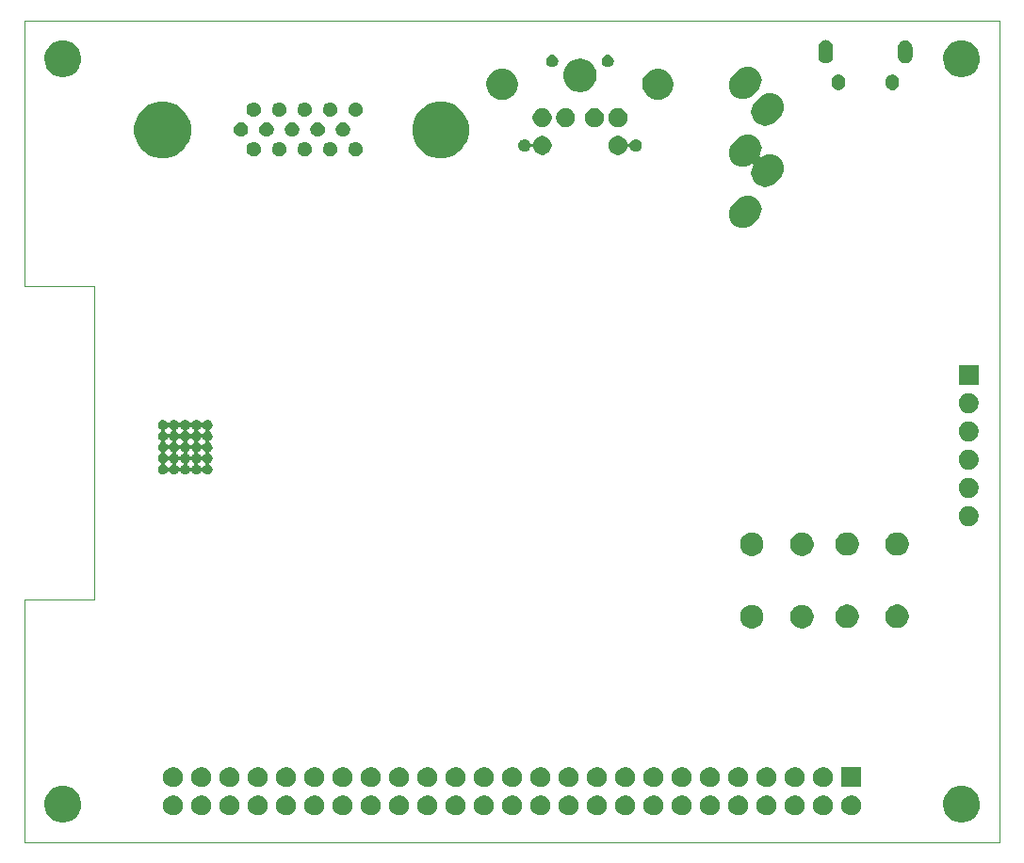
<source format=gbr>
G04 #@! TF.GenerationSoftware,KiCad,Pcbnew,(5.1.5)-3*
G04 #@! TF.CreationDate,2021-01-31T13:17:02+13:00*
G04 #@! TF.ProjectId,PocketTRS,506f636b-6574-4545-9253-2e6b69636164,rev?*
G04 #@! TF.SameCoordinates,Original*
G04 #@! TF.FileFunction,Soldermask,Bot*
G04 #@! TF.FilePolarity,Negative*
%FSLAX46Y46*%
G04 Gerber Fmt 4.6, Leading zero omitted, Abs format (unit mm)*
G04 Created by KiCad (PCBNEW (5.1.5)-3) date 2021-01-31 13:17:02*
%MOMM*%
%LPD*%
G04 APERTURE LIST*
%ADD10C,0.050000*%
%ADD11C,0.100000*%
G04 APERTURE END LIST*
D10*
X165100000Y-135890000D02*
X165100000Y-114046000D01*
X165100000Y-64770000D02*
X165100000Y-85852000D01*
X171323000Y-85852000D02*
X171323000Y-90805000D01*
X171323000Y-85852000D02*
X165100000Y-85852000D01*
X171323000Y-114046000D02*
X171323000Y-90805000D01*
X165100000Y-114046000D02*
X171323000Y-114046000D01*
X252730000Y-64770000D02*
X252730000Y-61976000D01*
X165100000Y-61976000D02*
X165100000Y-64770000D01*
X252730000Y-135890000D02*
X165100000Y-135890000D01*
X252730000Y-64770000D02*
X252730000Y-135890000D01*
X165100000Y-61976000D02*
X252730000Y-61976000D01*
D11*
G36*
X249646886Y-130846456D02*
G01*
X249782579Y-130873447D01*
X250083042Y-130997903D01*
X250353451Y-131178585D01*
X250583415Y-131408549D01*
X250583416Y-131408551D01*
X250764098Y-131678960D01*
X250888553Y-131979422D01*
X250952000Y-132298389D01*
X250952000Y-132623611D01*
X250909702Y-132836256D01*
X250888553Y-132942579D01*
X250764097Y-133243042D01*
X250583415Y-133513451D01*
X250353451Y-133743415D01*
X250083042Y-133924097D01*
X249782579Y-134048553D01*
X249676256Y-134069702D01*
X249463611Y-134112000D01*
X249138389Y-134112000D01*
X248925744Y-134069702D01*
X248819421Y-134048553D01*
X248518958Y-133924097D01*
X248248549Y-133743415D01*
X248018585Y-133513451D01*
X247837903Y-133243042D01*
X247713447Y-132942579D01*
X247692298Y-132836256D01*
X247650000Y-132623611D01*
X247650000Y-132298389D01*
X247713447Y-131979422D01*
X247837902Y-131678960D01*
X248018584Y-131408551D01*
X248018585Y-131408549D01*
X248248549Y-131178585D01*
X248518958Y-130997903D01*
X248819421Y-130873447D01*
X248955114Y-130846456D01*
X249138389Y-130810000D01*
X249463611Y-130810000D01*
X249646886Y-130846456D01*
G37*
G36*
X168874886Y-130846456D02*
G01*
X169010579Y-130873447D01*
X169311042Y-130997903D01*
X169581451Y-131178585D01*
X169811415Y-131408549D01*
X169811416Y-131408551D01*
X169992098Y-131678960D01*
X170116553Y-131979422D01*
X170180000Y-132298389D01*
X170180000Y-132623611D01*
X170137702Y-132836256D01*
X170116553Y-132942579D01*
X169992097Y-133243042D01*
X169811415Y-133513451D01*
X169581451Y-133743415D01*
X169311042Y-133924097D01*
X169010579Y-134048553D01*
X168904256Y-134069702D01*
X168691611Y-134112000D01*
X168366389Y-134112000D01*
X168153744Y-134069702D01*
X168047421Y-134048553D01*
X167746958Y-133924097D01*
X167476549Y-133743415D01*
X167246585Y-133513451D01*
X167065903Y-133243042D01*
X166941447Y-132942579D01*
X166920298Y-132836256D01*
X166878000Y-132623611D01*
X166878000Y-132298389D01*
X166941447Y-131979422D01*
X167065902Y-131678960D01*
X167246584Y-131408551D01*
X167246585Y-131408549D01*
X167476549Y-131178585D01*
X167746958Y-130997903D01*
X168047421Y-130873447D01*
X168183114Y-130846456D01*
X168366389Y-130810000D01*
X168691611Y-130810000D01*
X168874886Y-130846456D01*
G37*
G36*
X188708512Y-131691927D02*
G01*
X188857812Y-131721624D01*
X189021784Y-131789544D01*
X189169354Y-131888147D01*
X189294853Y-132013646D01*
X189393456Y-132161216D01*
X189461376Y-132325188D01*
X189496000Y-132499259D01*
X189496000Y-132676741D01*
X189461376Y-132850812D01*
X189393456Y-133014784D01*
X189294853Y-133162354D01*
X189169354Y-133287853D01*
X189021784Y-133386456D01*
X188857812Y-133454376D01*
X188708512Y-133484073D01*
X188683742Y-133489000D01*
X188506258Y-133489000D01*
X188481488Y-133484073D01*
X188332188Y-133454376D01*
X188168216Y-133386456D01*
X188020646Y-133287853D01*
X187895147Y-133162354D01*
X187796544Y-133014784D01*
X187728624Y-132850812D01*
X187694000Y-132676741D01*
X187694000Y-132499259D01*
X187728624Y-132325188D01*
X187796544Y-132161216D01*
X187895147Y-132013646D01*
X188020646Y-131888147D01*
X188168216Y-131789544D01*
X188332188Y-131721624D01*
X188481488Y-131691927D01*
X188506258Y-131687000D01*
X188683742Y-131687000D01*
X188708512Y-131691927D01*
G37*
G36*
X234428512Y-131691927D02*
G01*
X234577812Y-131721624D01*
X234741784Y-131789544D01*
X234889354Y-131888147D01*
X235014853Y-132013646D01*
X235113456Y-132161216D01*
X235181376Y-132325188D01*
X235216000Y-132499259D01*
X235216000Y-132676741D01*
X235181376Y-132850812D01*
X235113456Y-133014784D01*
X235014853Y-133162354D01*
X234889354Y-133287853D01*
X234741784Y-133386456D01*
X234577812Y-133454376D01*
X234428512Y-133484073D01*
X234403742Y-133489000D01*
X234226258Y-133489000D01*
X234201488Y-133484073D01*
X234052188Y-133454376D01*
X233888216Y-133386456D01*
X233740646Y-133287853D01*
X233615147Y-133162354D01*
X233516544Y-133014784D01*
X233448624Y-132850812D01*
X233414000Y-132676741D01*
X233414000Y-132499259D01*
X233448624Y-132325188D01*
X233516544Y-132161216D01*
X233615147Y-132013646D01*
X233740646Y-131888147D01*
X233888216Y-131789544D01*
X234052188Y-131721624D01*
X234201488Y-131691927D01*
X234226258Y-131687000D01*
X234403742Y-131687000D01*
X234428512Y-131691927D01*
G37*
G36*
X236968512Y-131691927D02*
G01*
X237117812Y-131721624D01*
X237281784Y-131789544D01*
X237429354Y-131888147D01*
X237554853Y-132013646D01*
X237653456Y-132161216D01*
X237721376Y-132325188D01*
X237756000Y-132499259D01*
X237756000Y-132676741D01*
X237721376Y-132850812D01*
X237653456Y-133014784D01*
X237554853Y-133162354D01*
X237429354Y-133287853D01*
X237281784Y-133386456D01*
X237117812Y-133454376D01*
X236968512Y-133484073D01*
X236943742Y-133489000D01*
X236766258Y-133489000D01*
X236741488Y-133484073D01*
X236592188Y-133454376D01*
X236428216Y-133386456D01*
X236280646Y-133287853D01*
X236155147Y-133162354D01*
X236056544Y-133014784D01*
X235988624Y-132850812D01*
X235954000Y-132676741D01*
X235954000Y-132499259D01*
X235988624Y-132325188D01*
X236056544Y-132161216D01*
X236155147Y-132013646D01*
X236280646Y-131888147D01*
X236428216Y-131789544D01*
X236592188Y-131721624D01*
X236741488Y-131691927D01*
X236766258Y-131687000D01*
X236943742Y-131687000D01*
X236968512Y-131691927D01*
G37*
G36*
X239508512Y-131691927D02*
G01*
X239657812Y-131721624D01*
X239821784Y-131789544D01*
X239969354Y-131888147D01*
X240094853Y-132013646D01*
X240193456Y-132161216D01*
X240261376Y-132325188D01*
X240296000Y-132499259D01*
X240296000Y-132676741D01*
X240261376Y-132850812D01*
X240193456Y-133014784D01*
X240094853Y-133162354D01*
X239969354Y-133287853D01*
X239821784Y-133386456D01*
X239657812Y-133454376D01*
X239508512Y-133484073D01*
X239483742Y-133489000D01*
X239306258Y-133489000D01*
X239281488Y-133484073D01*
X239132188Y-133454376D01*
X238968216Y-133386456D01*
X238820646Y-133287853D01*
X238695147Y-133162354D01*
X238596544Y-133014784D01*
X238528624Y-132850812D01*
X238494000Y-132676741D01*
X238494000Y-132499259D01*
X238528624Y-132325188D01*
X238596544Y-132161216D01*
X238695147Y-132013646D01*
X238820646Y-131888147D01*
X238968216Y-131789544D01*
X239132188Y-131721624D01*
X239281488Y-131691927D01*
X239306258Y-131687000D01*
X239483742Y-131687000D01*
X239508512Y-131691927D01*
G37*
G36*
X178548512Y-131691927D02*
G01*
X178697812Y-131721624D01*
X178861784Y-131789544D01*
X179009354Y-131888147D01*
X179134853Y-132013646D01*
X179233456Y-132161216D01*
X179301376Y-132325188D01*
X179336000Y-132499259D01*
X179336000Y-132676741D01*
X179301376Y-132850812D01*
X179233456Y-133014784D01*
X179134853Y-133162354D01*
X179009354Y-133287853D01*
X178861784Y-133386456D01*
X178697812Y-133454376D01*
X178548512Y-133484073D01*
X178523742Y-133489000D01*
X178346258Y-133489000D01*
X178321488Y-133484073D01*
X178172188Y-133454376D01*
X178008216Y-133386456D01*
X177860646Y-133287853D01*
X177735147Y-133162354D01*
X177636544Y-133014784D01*
X177568624Y-132850812D01*
X177534000Y-132676741D01*
X177534000Y-132499259D01*
X177568624Y-132325188D01*
X177636544Y-132161216D01*
X177735147Y-132013646D01*
X177860646Y-131888147D01*
X178008216Y-131789544D01*
X178172188Y-131721624D01*
X178321488Y-131691927D01*
X178346258Y-131687000D01*
X178523742Y-131687000D01*
X178548512Y-131691927D01*
G37*
G36*
X181088512Y-131691927D02*
G01*
X181237812Y-131721624D01*
X181401784Y-131789544D01*
X181549354Y-131888147D01*
X181674853Y-132013646D01*
X181773456Y-132161216D01*
X181841376Y-132325188D01*
X181876000Y-132499259D01*
X181876000Y-132676741D01*
X181841376Y-132850812D01*
X181773456Y-133014784D01*
X181674853Y-133162354D01*
X181549354Y-133287853D01*
X181401784Y-133386456D01*
X181237812Y-133454376D01*
X181088512Y-133484073D01*
X181063742Y-133489000D01*
X180886258Y-133489000D01*
X180861488Y-133484073D01*
X180712188Y-133454376D01*
X180548216Y-133386456D01*
X180400646Y-133287853D01*
X180275147Y-133162354D01*
X180176544Y-133014784D01*
X180108624Y-132850812D01*
X180074000Y-132676741D01*
X180074000Y-132499259D01*
X180108624Y-132325188D01*
X180176544Y-132161216D01*
X180275147Y-132013646D01*
X180400646Y-131888147D01*
X180548216Y-131789544D01*
X180712188Y-131721624D01*
X180861488Y-131691927D01*
X180886258Y-131687000D01*
X181063742Y-131687000D01*
X181088512Y-131691927D01*
G37*
G36*
X183628512Y-131691927D02*
G01*
X183777812Y-131721624D01*
X183941784Y-131789544D01*
X184089354Y-131888147D01*
X184214853Y-132013646D01*
X184313456Y-132161216D01*
X184381376Y-132325188D01*
X184416000Y-132499259D01*
X184416000Y-132676741D01*
X184381376Y-132850812D01*
X184313456Y-133014784D01*
X184214853Y-133162354D01*
X184089354Y-133287853D01*
X183941784Y-133386456D01*
X183777812Y-133454376D01*
X183628512Y-133484073D01*
X183603742Y-133489000D01*
X183426258Y-133489000D01*
X183401488Y-133484073D01*
X183252188Y-133454376D01*
X183088216Y-133386456D01*
X182940646Y-133287853D01*
X182815147Y-133162354D01*
X182716544Y-133014784D01*
X182648624Y-132850812D01*
X182614000Y-132676741D01*
X182614000Y-132499259D01*
X182648624Y-132325188D01*
X182716544Y-132161216D01*
X182815147Y-132013646D01*
X182940646Y-131888147D01*
X183088216Y-131789544D01*
X183252188Y-131721624D01*
X183401488Y-131691927D01*
X183426258Y-131687000D01*
X183603742Y-131687000D01*
X183628512Y-131691927D01*
G37*
G36*
X186168512Y-131691927D02*
G01*
X186317812Y-131721624D01*
X186481784Y-131789544D01*
X186629354Y-131888147D01*
X186754853Y-132013646D01*
X186853456Y-132161216D01*
X186921376Y-132325188D01*
X186956000Y-132499259D01*
X186956000Y-132676741D01*
X186921376Y-132850812D01*
X186853456Y-133014784D01*
X186754853Y-133162354D01*
X186629354Y-133287853D01*
X186481784Y-133386456D01*
X186317812Y-133454376D01*
X186168512Y-133484073D01*
X186143742Y-133489000D01*
X185966258Y-133489000D01*
X185941488Y-133484073D01*
X185792188Y-133454376D01*
X185628216Y-133386456D01*
X185480646Y-133287853D01*
X185355147Y-133162354D01*
X185256544Y-133014784D01*
X185188624Y-132850812D01*
X185154000Y-132676741D01*
X185154000Y-132499259D01*
X185188624Y-132325188D01*
X185256544Y-132161216D01*
X185355147Y-132013646D01*
X185480646Y-131888147D01*
X185628216Y-131789544D01*
X185792188Y-131721624D01*
X185941488Y-131691927D01*
X185966258Y-131687000D01*
X186143742Y-131687000D01*
X186168512Y-131691927D01*
G37*
G36*
X191248512Y-131691927D02*
G01*
X191397812Y-131721624D01*
X191561784Y-131789544D01*
X191709354Y-131888147D01*
X191834853Y-132013646D01*
X191933456Y-132161216D01*
X192001376Y-132325188D01*
X192036000Y-132499259D01*
X192036000Y-132676741D01*
X192001376Y-132850812D01*
X191933456Y-133014784D01*
X191834853Y-133162354D01*
X191709354Y-133287853D01*
X191561784Y-133386456D01*
X191397812Y-133454376D01*
X191248512Y-133484073D01*
X191223742Y-133489000D01*
X191046258Y-133489000D01*
X191021488Y-133484073D01*
X190872188Y-133454376D01*
X190708216Y-133386456D01*
X190560646Y-133287853D01*
X190435147Y-133162354D01*
X190336544Y-133014784D01*
X190268624Y-132850812D01*
X190234000Y-132676741D01*
X190234000Y-132499259D01*
X190268624Y-132325188D01*
X190336544Y-132161216D01*
X190435147Y-132013646D01*
X190560646Y-131888147D01*
X190708216Y-131789544D01*
X190872188Y-131721624D01*
X191021488Y-131691927D01*
X191046258Y-131687000D01*
X191223742Y-131687000D01*
X191248512Y-131691927D01*
G37*
G36*
X193788512Y-131691927D02*
G01*
X193937812Y-131721624D01*
X194101784Y-131789544D01*
X194249354Y-131888147D01*
X194374853Y-132013646D01*
X194473456Y-132161216D01*
X194541376Y-132325188D01*
X194576000Y-132499259D01*
X194576000Y-132676741D01*
X194541376Y-132850812D01*
X194473456Y-133014784D01*
X194374853Y-133162354D01*
X194249354Y-133287853D01*
X194101784Y-133386456D01*
X193937812Y-133454376D01*
X193788512Y-133484073D01*
X193763742Y-133489000D01*
X193586258Y-133489000D01*
X193561488Y-133484073D01*
X193412188Y-133454376D01*
X193248216Y-133386456D01*
X193100646Y-133287853D01*
X192975147Y-133162354D01*
X192876544Y-133014784D01*
X192808624Y-132850812D01*
X192774000Y-132676741D01*
X192774000Y-132499259D01*
X192808624Y-132325188D01*
X192876544Y-132161216D01*
X192975147Y-132013646D01*
X193100646Y-131888147D01*
X193248216Y-131789544D01*
X193412188Y-131721624D01*
X193561488Y-131691927D01*
X193586258Y-131687000D01*
X193763742Y-131687000D01*
X193788512Y-131691927D01*
G37*
G36*
X196328512Y-131691927D02*
G01*
X196477812Y-131721624D01*
X196641784Y-131789544D01*
X196789354Y-131888147D01*
X196914853Y-132013646D01*
X197013456Y-132161216D01*
X197081376Y-132325188D01*
X197116000Y-132499259D01*
X197116000Y-132676741D01*
X197081376Y-132850812D01*
X197013456Y-133014784D01*
X196914853Y-133162354D01*
X196789354Y-133287853D01*
X196641784Y-133386456D01*
X196477812Y-133454376D01*
X196328512Y-133484073D01*
X196303742Y-133489000D01*
X196126258Y-133489000D01*
X196101488Y-133484073D01*
X195952188Y-133454376D01*
X195788216Y-133386456D01*
X195640646Y-133287853D01*
X195515147Y-133162354D01*
X195416544Y-133014784D01*
X195348624Y-132850812D01*
X195314000Y-132676741D01*
X195314000Y-132499259D01*
X195348624Y-132325188D01*
X195416544Y-132161216D01*
X195515147Y-132013646D01*
X195640646Y-131888147D01*
X195788216Y-131789544D01*
X195952188Y-131721624D01*
X196101488Y-131691927D01*
X196126258Y-131687000D01*
X196303742Y-131687000D01*
X196328512Y-131691927D01*
G37*
G36*
X198868512Y-131691927D02*
G01*
X199017812Y-131721624D01*
X199181784Y-131789544D01*
X199329354Y-131888147D01*
X199454853Y-132013646D01*
X199553456Y-132161216D01*
X199621376Y-132325188D01*
X199656000Y-132499259D01*
X199656000Y-132676741D01*
X199621376Y-132850812D01*
X199553456Y-133014784D01*
X199454853Y-133162354D01*
X199329354Y-133287853D01*
X199181784Y-133386456D01*
X199017812Y-133454376D01*
X198868512Y-133484073D01*
X198843742Y-133489000D01*
X198666258Y-133489000D01*
X198641488Y-133484073D01*
X198492188Y-133454376D01*
X198328216Y-133386456D01*
X198180646Y-133287853D01*
X198055147Y-133162354D01*
X197956544Y-133014784D01*
X197888624Y-132850812D01*
X197854000Y-132676741D01*
X197854000Y-132499259D01*
X197888624Y-132325188D01*
X197956544Y-132161216D01*
X198055147Y-132013646D01*
X198180646Y-131888147D01*
X198328216Y-131789544D01*
X198492188Y-131721624D01*
X198641488Y-131691927D01*
X198666258Y-131687000D01*
X198843742Y-131687000D01*
X198868512Y-131691927D01*
G37*
G36*
X206488512Y-131691927D02*
G01*
X206637812Y-131721624D01*
X206801784Y-131789544D01*
X206949354Y-131888147D01*
X207074853Y-132013646D01*
X207173456Y-132161216D01*
X207241376Y-132325188D01*
X207276000Y-132499259D01*
X207276000Y-132676741D01*
X207241376Y-132850812D01*
X207173456Y-133014784D01*
X207074853Y-133162354D01*
X206949354Y-133287853D01*
X206801784Y-133386456D01*
X206637812Y-133454376D01*
X206488512Y-133484073D01*
X206463742Y-133489000D01*
X206286258Y-133489000D01*
X206261488Y-133484073D01*
X206112188Y-133454376D01*
X205948216Y-133386456D01*
X205800646Y-133287853D01*
X205675147Y-133162354D01*
X205576544Y-133014784D01*
X205508624Y-132850812D01*
X205474000Y-132676741D01*
X205474000Y-132499259D01*
X205508624Y-132325188D01*
X205576544Y-132161216D01*
X205675147Y-132013646D01*
X205800646Y-131888147D01*
X205948216Y-131789544D01*
X206112188Y-131721624D01*
X206261488Y-131691927D01*
X206286258Y-131687000D01*
X206463742Y-131687000D01*
X206488512Y-131691927D01*
G37*
G36*
X201408512Y-131691927D02*
G01*
X201557812Y-131721624D01*
X201721784Y-131789544D01*
X201869354Y-131888147D01*
X201994853Y-132013646D01*
X202093456Y-132161216D01*
X202161376Y-132325188D01*
X202196000Y-132499259D01*
X202196000Y-132676741D01*
X202161376Y-132850812D01*
X202093456Y-133014784D01*
X201994853Y-133162354D01*
X201869354Y-133287853D01*
X201721784Y-133386456D01*
X201557812Y-133454376D01*
X201408512Y-133484073D01*
X201383742Y-133489000D01*
X201206258Y-133489000D01*
X201181488Y-133484073D01*
X201032188Y-133454376D01*
X200868216Y-133386456D01*
X200720646Y-133287853D01*
X200595147Y-133162354D01*
X200496544Y-133014784D01*
X200428624Y-132850812D01*
X200394000Y-132676741D01*
X200394000Y-132499259D01*
X200428624Y-132325188D01*
X200496544Y-132161216D01*
X200595147Y-132013646D01*
X200720646Y-131888147D01*
X200868216Y-131789544D01*
X201032188Y-131721624D01*
X201181488Y-131691927D01*
X201206258Y-131687000D01*
X201383742Y-131687000D01*
X201408512Y-131691927D01*
G37*
G36*
X231888512Y-131691927D02*
G01*
X232037812Y-131721624D01*
X232201784Y-131789544D01*
X232349354Y-131888147D01*
X232474853Y-132013646D01*
X232573456Y-132161216D01*
X232641376Y-132325188D01*
X232676000Y-132499259D01*
X232676000Y-132676741D01*
X232641376Y-132850812D01*
X232573456Y-133014784D01*
X232474853Y-133162354D01*
X232349354Y-133287853D01*
X232201784Y-133386456D01*
X232037812Y-133454376D01*
X231888512Y-133484073D01*
X231863742Y-133489000D01*
X231686258Y-133489000D01*
X231661488Y-133484073D01*
X231512188Y-133454376D01*
X231348216Y-133386456D01*
X231200646Y-133287853D01*
X231075147Y-133162354D01*
X230976544Y-133014784D01*
X230908624Y-132850812D01*
X230874000Y-132676741D01*
X230874000Y-132499259D01*
X230908624Y-132325188D01*
X230976544Y-132161216D01*
X231075147Y-132013646D01*
X231200646Y-131888147D01*
X231348216Y-131789544D01*
X231512188Y-131721624D01*
X231661488Y-131691927D01*
X231686258Y-131687000D01*
X231863742Y-131687000D01*
X231888512Y-131691927D01*
G37*
G36*
X229348512Y-131691927D02*
G01*
X229497812Y-131721624D01*
X229661784Y-131789544D01*
X229809354Y-131888147D01*
X229934853Y-132013646D01*
X230033456Y-132161216D01*
X230101376Y-132325188D01*
X230136000Y-132499259D01*
X230136000Y-132676741D01*
X230101376Y-132850812D01*
X230033456Y-133014784D01*
X229934853Y-133162354D01*
X229809354Y-133287853D01*
X229661784Y-133386456D01*
X229497812Y-133454376D01*
X229348512Y-133484073D01*
X229323742Y-133489000D01*
X229146258Y-133489000D01*
X229121488Y-133484073D01*
X228972188Y-133454376D01*
X228808216Y-133386456D01*
X228660646Y-133287853D01*
X228535147Y-133162354D01*
X228436544Y-133014784D01*
X228368624Y-132850812D01*
X228334000Y-132676741D01*
X228334000Y-132499259D01*
X228368624Y-132325188D01*
X228436544Y-132161216D01*
X228535147Y-132013646D01*
X228660646Y-131888147D01*
X228808216Y-131789544D01*
X228972188Y-131721624D01*
X229121488Y-131691927D01*
X229146258Y-131687000D01*
X229323742Y-131687000D01*
X229348512Y-131691927D01*
G37*
G36*
X226808512Y-131691927D02*
G01*
X226957812Y-131721624D01*
X227121784Y-131789544D01*
X227269354Y-131888147D01*
X227394853Y-132013646D01*
X227493456Y-132161216D01*
X227561376Y-132325188D01*
X227596000Y-132499259D01*
X227596000Y-132676741D01*
X227561376Y-132850812D01*
X227493456Y-133014784D01*
X227394853Y-133162354D01*
X227269354Y-133287853D01*
X227121784Y-133386456D01*
X226957812Y-133454376D01*
X226808512Y-133484073D01*
X226783742Y-133489000D01*
X226606258Y-133489000D01*
X226581488Y-133484073D01*
X226432188Y-133454376D01*
X226268216Y-133386456D01*
X226120646Y-133287853D01*
X225995147Y-133162354D01*
X225896544Y-133014784D01*
X225828624Y-132850812D01*
X225794000Y-132676741D01*
X225794000Y-132499259D01*
X225828624Y-132325188D01*
X225896544Y-132161216D01*
X225995147Y-132013646D01*
X226120646Y-131888147D01*
X226268216Y-131789544D01*
X226432188Y-131721624D01*
X226581488Y-131691927D01*
X226606258Y-131687000D01*
X226783742Y-131687000D01*
X226808512Y-131691927D01*
G37*
G36*
X224268512Y-131691927D02*
G01*
X224417812Y-131721624D01*
X224581784Y-131789544D01*
X224729354Y-131888147D01*
X224854853Y-132013646D01*
X224953456Y-132161216D01*
X225021376Y-132325188D01*
X225056000Y-132499259D01*
X225056000Y-132676741D01*
X225021376Y-132850812D01*
X224953456Y-133014784D01*
X224854853Y-133162354D01*
X224729354Y-133287853D01*
X224581784Y-133386456D01*
X224417812Y-133454376D01*
X224268512Y-133484073D01*
X224243742Y-133489000D01*
X224066258Y-133489000D01*
X224041488Y-133484073D01*
X223892188Y-133454376D01*
X223728216Y-133386456D01*
X223580646Y-133287853D01*
X223455147Y-133162354D01*
X223356544Y-133014784D01*
X223288624Y-132850812D01*
X223254000Y-132676741D01*
X223254000Y-132499259D01*
X223288624Y-132325188D01*
X223356544Y-132161216D01*
X223455147Y-132013646D01*
X223580646Y-131888147D01*
X223728216Y-131789544D01*
X223892188Y-131721624D01*
X224041488Y-131691927D01*
X224066258Y-131687000D01*
X224243742Y-131687000D01*
X224268512Y-131691927D01*
G37*
G36*
X221728512Y-131691927D02*
G01*
X221877812Y-131721624D01*
X222041784Y-131789544D01*
X222189354Y-131888147D01*
X222314853Y-132013646D01*
X222413456Y-132161216D01*
X222481376Y-132325188D01*
X222516000Y-132499259D01*
X222516000Y-132676741D01*
X222481376Y-132850812D01*
X222413456Y-133014784D01*
X222314853Y-133162354D01*
X222189354Y-133287853D01*
X222041784Y-133386456D01*
X221877812Y-133454376D01*
X221728512Y-133484073D01*
X221703742Y-133489000D01*
X221526258Y-133489000D01*
X221501488Y-133484073D01*
X221352188Y-133454376D01*
X221188216Y-133386456D01*
X221040646Y-133287853D01*
X220915147Y-133162354D01*
X220816544Y-133014784D01*
X220748624Y-132850812D01*
X220714000Y-132676741D01*
X220714000Y-132499259D01*
X220748624Y-132325188D01*
X220816544Y-132161216D01*
X220915147Y-132013646D01*
X221040646Y-131888147D01*
X221188216Y-131789544D01*
X221352188Y-131721624D01*
X221501488Y-131691927D01*
X221526258Y-131687000D01*
X221703742Y-131687000D01*
X221728512Y-131691927D01*
G37*
G36*
X216648512Y-131691927D02*
G01*
X216797812Y-131721624D01*
X216961784Y-131789544D01*
X217109354Y-131888147D01*
X217234853Y-132013646D01*
X217333456Y-132161216D01*
X217401376Y-132325188D01*
X217436000Y-132499259D01*
X217436000Y-132676741D01*
X217401376Y-132850812D01*
X217333456Y-133014784D01*
X217234853Y-133162354D01*
X217109354Y-133287853D01*
X216961784Y-133386456D01*
X216797812Y-133454376D01*
X216648512Y-133484073D01*
X216623742Y-133489000D01*
X216446258Y-133489000D01*
X216421488Y-133484073D01*
X216272188Y-133454376D01*
X216108216Y-133386456D01*
X215960646Y-133287853D01*
X215835147Y-133162354D01*
X215736544Y-133014784D01*
X215668624Y-132850812D01*
X215634000Y-132676741D01*
X215634000Y-132499259D01*
X215668624Y-132325188D01*
X215736544Y-132161216D01*
X215835147Y-132013646D01*
X215960646Y-131888147D01*
X216108216Y-131789544D01*
X216272188Y-131721624D01*
X216421488Y-131691927D01*
X216446258Y-131687000D01*
X216623742Y-131687000D01*
X216648512Y-131691927D01*
G37*
G36*
X219188512Y-131691927D02*
G01*
X219337812Y-131721624D01*
X219501784Y-131789544D01*
X219649354Y-131888147D01*
X219774853Y-132013646D01*
X219873456Y-132161216D01*
X219941376Y-132325188D01*
X219976000Y-132499259D01*
X219976000Y-132676741D01*
X219941376Y-132850812D01*
X219873456Y-133014784D01*
X219774853Y-133162354D01*
X219649354Y-133287853D01*
X219501784Y-133386456D01*
X219337812Y-133454376D01*
X219188512Y-133484073D01*
X219163742Y-133489000D01*
X218986258Y-133489000D01*
X218961488Y-133484073D01*
X218812188Y-133454376D01*
X218648216Y-133386456D01*
X218500646Y-133287853D01*
X218375147Y-133162354D01*
X218276544Y-133014784D01*
X218208624Y-132850812D01*
X218174000Y-132676741D01*
X218174000Y-132499259D01*
X218208624Y-132325188D01*
X218276544Y-132161216D01*
X218375147Y-132013646D01*
X218500646Y-131888147D01*
X218648216Y-131789544D01*
X218812188Y-131721624D01*
X218961488Y-131691927D01*
X218986258Y-131687000D01*
X219163742Y-131687000D01*
X219188512Y-131691927D01*
G37*
G36*
X214108512Y-131691927D02*
G01*
X214257812Y-131721624D01*
X214421784Y-131789544D01*
X214569354Y-131888147D01*
X214694853Y-132013646D01*
X214793456Y-132161216D01*
X214861376Y-132325188D01*
X214896000Y-132499259D01*
X214896000Y-132676741D01*
X214861376Y-132850812D01*
X214793456Y-133014784D01*
X214694853Y-133162354D01*
X214569354Y-133287853D01*
X214421784Y-133386456D01*
X214257812Y-133454376D01*
X214108512Y-133484073D01*
X214083742Y-133489000D01*
X213906258Y-133489000D01*
X213881488Y-133484073D01*
X213732188Y-133454376D01*
X213568216Y-133386456D01*
X213420646Y-133287853D01*
X213295147Y-133162354D01*
X213196544Y-133014784D01*
X213128624Y-132850812D01*
X213094000Y-132676741D01*
X213094000Y-132499259D01*
X213128624Y-132325188D01*
X213196544Y-132161216D01*
X213295147Y-132013646D01*
X213420646Y-131888147D01*
X213568216Y-131789544D01*
X213732188Y-131721624D01*
X213881488Y-131691927D01*
X213906258Y-131687000D01*
X214083742Y-131687000D01*
X214108512Y-131691927D01*
G37*
G36*
X211568512Y-131691927D02*
G01*
X211717812Y-131721624D01*
X211881784Y-131789544D01*
X212029354Y-131888147D01*
X212154853Y-132013646D01*
X212253456Y-132161216D01*
X212321376Y-132325188D01*
X212356000Y-132499259D01*
X212356000Y-132676741D01*
X212321376Y-132850812D01*
X212253456Y-133014784D01*
X212154853Y-133162354D01*
X212029354Y-133287853D01*
X211881784Y-133386456D01*
X211717812Y-133454376D01*
X211568512Y-133484073D01*
X211543742Y-133489000D01*
X211366258Y-133489000D01*
X211341488Y-133484073D01*
X211192188Y-133454376D01*
X211028216Y-133386456D01*
X210880646Y-133287853D01*
X210755147Y-133162354D01*
X210656544Y-133014784D01*
X210588624Y-132850812D01*
X210554000Y-132676741D01*
X210554000Y-132499259D01*
X210588624Y-132325188D01*
X210656544Y-132161216D01*
X210755147Y-132013646D01*
X210880646Y-131888147D01*
X211028216Y-131789544D01*
X211192188Y-131721624D01*
X211341488Y-131691927D01*
X211366258Y-131687000D01*
X211543742Y-131687000D01*
X211568512Y-131691927D01*
G37*
G36*
X209028512Y-131691927D02*
G01*
X209177812Y-131721624D01*
X209341784Y-131789544D01*
X209489354Y-131888147D01*
X209614853Y-132013646D01*
X209713456Y-132161216D01*
X209781376Y-132325188D01*
X209816000Y-132499259D01*
X209816000Y-132676741D01*
X209781376Y-132850812D01*
X209713456Y-133014784D01*
X209614853Y-133162354D01*
X209489354Y-133287853D01*
X209341784Y-133386456D01*
X209177812Y-133454376D01*
X209028512Y-133484073D01*
X209003742Y-133489000D01*
X208826258Y-133489000D01*
X208801488Y-133484073D01*
X208652188Y-133454376D01*
X208488216Y-133386456D01*
X208340646Y-133287853D01*
X208215147Y-133162354D01*
X208116544Y-133014784D01*
X208048624Y-132850812D01*
X208014000Y-132676741D01*
X208014000Y-132499259D01*
X208048624Y-132325188D01*
X208116544Y-132161216D01*
X208215147Y-132013646D01*
X208340646Y-131888147D01*
X208488216Y-131789544D01*
X208652188Y-131721624D01*
X208801488Y-131691927D01*
X208826258Y-131687000D01*
X209003742Y-131687000D01*
X209028512Y-131691927D01*
G37*
G36*
X203948512Y-131691927D02*
G01*
X204097812Y-131721624D01*
X204261784Y-131789544D01*
X204409354Y-131888147D01*
X204534853Y-132013646D01*
X204633456Y-132161216D01*
X204701376Y-132325188D01*
X204736000Y-132499259D01*
X204736000Y-132676741D01*
X204701376Y-132850812D01*
X204633456Y-133014784D01*
X204534853Y-133162354D01*
X204409354Y-133287853D01*
X204261784Y-133386456D01*
X204097812Y-133454376D01*
X203948512Y-133484073D01*
X203923742Y-133489000D01*
X203746258Y-133489000D01*
X203721488Y-133484073D01*
X203572188Y-133454376D01*
X203408216Y-133386456D01*
X203260646Y-133287853D01*
X203135147Y-133162354D01*
X203036544Y-133014784D01*
X202968624Y-132850812D01*
X202934000Y-132676741D01*
X202934000Y-132499259D01*
X202968624Y-132325188D01*
X203036544Y-132161216D01*
X203135147Y-132013646D01*
X203260646Y-131888147D01*
X203408216Y-131789544D01*
X203572188Y-131721624D01*
X203721488Y-131691927D01*
X203746258Y-131687000D01*
X203923742Y-131687000D01*
X203948512Y-131691927D01*
G37*
G36*
X221728512Y-129151927D02*
G01*
X221877812Y-129181624D01*
X222041784Y-129249544D01*
X222189354Y-129348147D01*
X222314853Y-129473646D01*
X222413456Y-129621216D01*
X222481376Y-129785188D01*
X222516000Y-129959259D01*
X222516000Y-130136741D01*
X222481376Y-130310812D01*
X222413456Y-130474784D01*
X222314853Y-130622354D01*
X222189354Y-130747853D01*
X222041784Y-130846456D01*
X221877812Y-130914376D01*
X221728512Y-130944073D01*
X221703742Y-130949000D01*
X221526258Y-130949000D01*
X221501488Y-130944073D01*
X221352188Y-130914376D01*
X221188216Y-130846456D01*
X221040646Y-130747853D01*
X220915147Y-130622354D01*
X220816544Y-130474784D01*
X220748624Y-130310812D01*
X220714000Y-130136741D01*
X220714000Y-129959259D01*
X220748624Y-129785188D01*
X220816544Y-129621216D01*
X220915147Y-129473646D01*
X221040646Y-129348147D01*
X221188216Y-129249544D01*
X221352188Y-129181624D01*
X221501488Y-129151927D01*
X221526258Y-129147000D01*
X221703742Y-129147000D01*
X221728512Y-129151927D01*
G37*
G36*
X219188512Y-129151927D02*
G01*
X219337812Y-129181624D01*
X219501784Y-129249544D01*
X219649354Y-129348147D01*
X219774853Y-129473646D01*
X219873456Y-129621216D01*
X219941376Y-129785188D01*
X219976000Y-129959259D01*
X219976000Y-130136741D01*
X219941376Y-130310812D01*
X219873456Y-130474784D01*
X219774853Y-130622354D01*
X219649354Y-130747853D01*
X219501784Y-130846456D01*
X219337812Y-130914376D01*
X219188512Y-130944073D01*
X219163742Y-130949000D01*
X218986258Y-130949000D01*
X218961488Y-130944073D01*
X218812188Y-130914376D01*
X218648216Y-130846456D01*
X218500646Y-130747853D01*
X218375147Y-130622354D01*
X218276544Y-130474784D01*
X218208624Y-130310812D01*
X218174000Y-130136741D01*
X218174000Y-129959259D01*
X218208624Y-129785188D01*
X218276544Y-129621216D01*
X218375147Y-129473646D01*
X218500646Y-129348147D01*
X218648216Y-129249544D01*
X218812188Y-129181624D01*
X218961488Y-129151927D01*
X218986258Y-129147000D01*
X219163742Y-129147000D01*
X219188512Y-129151927D01*
G37*
G36*
X216648512Y-129151927D02*
G01*
X216797812Y-129181624D01*
X216961784Y-129249544D01*
X217109354Y-129348147D01*
X217234853Y-129473646D01*
X217333456Y-129621216D01*
X217401376Y-129785188D01*
X217436000Y-129959259D01*
X217436000Y-130136741D01*
X217401376Y-130310812D01*
X217333456Y-130474784D01*
X217234853Y-130622354D01*
X217109354Y-130747853D01*
X216961784Y-130846456D01*
X216797812Y-130914376D01*
X216648512Y-130944073D01*
X216623742Y-130949000D01*
X216446258Y-130949000D01*
X216421488Y-130944073D01*
X216272188Y-130914376D01*
X216108216Y-130846456D01*
X215960646Y-130747853D01*
X215835147Y-130622354D01*
X215736544Y-130474784D01*
X215668624Y-130310812D01*
X215634000Y-130136741D01*
X215634000Y-129959259D01*
X215668624Y-129785188D01*
X215736544Y-129621216D01*
X215835147Y-129473646D01*
X215960646Y-129348147D01*
X216108216Y-129249544D01*
X216272188Y-129181624D01*
X216421488Y-129151927D01*
X216446258Y-129147000D01*
X216623742Y-129147000D01*
X216648512Y-129151927D01*
G37*
G36*
X191248512Y-129151927D02*
G01*
X191397812Y-129181624D01*
X191561784Y-129249544D01*
X191709354Y-129348147D01*
X191834853Y-129473646D01*
X191933456Y-129621216D01*
X192001376Y-129785188D01*
X192036000Y-129959259D01*
X192036000Y-130136741D01*
X192001376Y-130310812D01*
X191933456Y-130474784D01*
X191834853Y-130622354D01*
X191709354Y-130747853D01*
X191561784Y-130846456D01*
X191397812Y-130914376D01*
X191248512Y-130944073D01*
X191223742Y-130949000D01*
X191046258Y-130949000D01*
X191021488Y-130944073D01*
X190872188Y-130914376D01*
X190708216Y-130846456D01*
X190560646Y-130747853D01*
X190435147Y-130622354D01*
X190336544Y-130474784D01*
X190268624Y-130310812D01*
X190234000Y-130136741D01*
X190234000Y-129959259D01*
X190268624Y-129785188D01*
X190336544Y-129621216D01*
X190435147Y-129473646D01*
X190560646Y-129348147D01*
X190708216Y-129249544D01*
X190872188Y-129181624D01*
X191021488Y-129151927D01*
X191046258Y-129147000D01*
X191223742Y-129147000D01*
X191248512Y-129151927D01*
G37*
G36*
X209028512Y-129151927D02*
G01*
X209177812Y-129181624D01*
X209341784Y-129249544D01*
X209489354Y-129348147D01*
X209614853Y-129473646D01*
X209713456Y-129621216D01*
X209781376Y-129785188D01*
X209816000Y-129959259D01*
X209816000Y-130136741D01*
X209781376Y-130310812D01*
X209713456Y-130474784D01*
X209614853Y-130622354D01*
X209489354Y-130747853D01*
X209341784Y-130846456D01*
X209177812Y-130914376D01*
X209028512Y-130944073D01*
X209003742Y-130949000D01*
X208826258Y-130949000D01*
X208801488Y-130944073D01*
X208652188Y-130914376D01*
X208488216Y-130846456D01*
X208340646Y-130747853D01*
X208215147Y-130622354D01*
X208116544Y-130474784D01*
X208048624Y-130310812D01*
X208014000Y-130136741D01*
X208014000Y-129959259D01*
X208048624Y-129785188D01*
X208116544Y-129621216D01*
X208215147Y-129473646D01*
X208340646Y-129348147D01*
X208488216Y-129249544D01*
X208652188Y-129181624D01*
X208801488Y-129151927D01*
X208826258Y-129147000D01*
X209003742Y-129147000D01*
X209028512Y-129151927D01*
G37*
G36*
X206488512Y-129151927D02*
G01*
X206637812Y-129181624D01*
X206801784Y-129249544D01*
X206949354Y-129348147D01*
X207074853Y-129473646D01*
X207173456Y-129621216D01*
X207241376Y-129785188D01*
X207276000Y-129959259D01*
X207276000Y-130136741D01*
X207241376Y-130310812D01*
X207173456Y-130474784D01*
X207074853Y-130622354D01*
X206949354Y-130747853D01*
X206801784Y-130846456D01*
X206637812Y-130914376D01*
X206488512Y-130944073D01*
X206463742Y-130949000D01*
X206286258Y-130949000D01*
X206261488Y-130944073D01*
X206112188Y-130914376D01*
X205948216Y-130846456D01*
X205800646Y-130747853D01*
X205675147Y-130622354D01*
X205576544Y-130474784D01*
X205508624Y-130310812D01*
X205474000Y-130136741D01*
X205474000Y-129959259D01*
X205508624Y-129785188D01*
X205576544Y-129621216D01*
X205675147Y-129473646D01*
X205800646Y-129348147D01*
X205948216Y-129249544D01*
X206112188Y-129181624D01*
X206261488Y-129151927D01*
X206286258Y-129147000D01*
X206463742Y-129147000D01*
X206488512Y-129151927D01*
G37*
G36*
X203948512Y-129151927D02*
G01*
X204097812Y-129181624D01*
X204261784Y-129249544D01*
X204409354Y-129348147D01*
X204534853Y-129473646D01*
X204633456Y-129621216D01*
X204701376Y-129785188D01*
X204736000Y-129959259D01*
X204736000Y-130136741D01*
X204701376Y-130310812D01*
X204633456Y-130474784D01*
X204534853Y-130622354D01*
X204409354Y-130747853D01*
X204261784Y-130846456D01*
X204097812Y-130914376D01*
X203948512Y-130944073D01*
X203923742Y-130949000D01*
X203746258Y-130949000D01*
X203721488Y-130944073D01*
X203572188Y-130914376D01*
X203408216Y-130846456D01*
X203260646Y-130747853D01*
X203135147Y-130622354D01*
X203036544Y-130474784D01*
X202968624Y-130310812D01*
X202934000Y-130136741D01*
X202934000Y-129959259D01*
X202968624Y-129785188D01*
X203036544Y-129621216D01*
X203135147Y-129473646D01*
X203260646Y-129348147D01*
X203408216Y-129249544D01*
X203572188Y-129181624D01*
X203721488Y-129151927D01*
X203746258Y-129147000D01*
X203923742Y-129147000D01*
X203948512Y-129151927D01*
G37*
G36*
X201408512Y-129151927D02*
G01*
X201557812Y-129181624D01*
X201721784Y-129249544D01*
X201869354Y-129348147D01*
X201994853Y-129473646D01*
X202093456Y-129621216D01*
X202161376Y-129785188D01*
X202196000Y-129959259D01*
X202196000Y-130136741D01*
X202161376Y-130310812D01*
X202093456Y-130474784D01*
X201994853Y-130622354D01*
X201869354Y-130747853D01*
X201721784Y-130846456D01*
X201557812Y-130914376D01*
X201408512Y-130944073D01*
X201383742Y-130949000D01*
X201206258Y-130949000D01*
X201181488Y-130944073D01*
X201032188Y-130914376D01*
X200868216Y-130846456D01*
X200720646Y-130747853D01*
X200595147Y-130622354D01*
X200496544Y-130474784D01*
X200428624Y-130310812D01*
X200394000Y-130136741D01*
X200394000Y-129959259D01*
X200428624Y-129785188D01*
X200496544Y-129621216D01*
X200595147Y-129473646D01*
X200720646Y-129348147D01*
X200868216Y-129249544D01*
X201032188Y-129181624D01*
X201181488Y-129151927D01*
X201206258Y-129147000D01*
X201383742Y-129147000D01*
X201408512Y-129151927D01*
G37*
G36*
X198868512Y-129151927D02*
G01*
X199017812Y-129181624D01*
X199181784Y-129249544D01*
X199329354Y-129348147D01*
X199454853Y-129473646D01*
X199553456Y-129621216D01*
X199621376Y-129785188D01*
X199656000Y-129959259D01*
X199656000Y-130136741D01*
X199621376Y-130310812D01*
X199553456Y-130474784D01*
X199454853Y-130622354D01*
X199329354Y-130747853D01*
X199181784Y-130846456D01*
X199017812Y-130914376D01*
X198868512Y-130944073D01*
X198843742Y-130949000D01*
X198666258Y-130949000D01*
X198641488Y-130944073D01*
X198492188Y-130914376D01*
X198328216Y-130846456D01*
X198180646Y-130747853D01*
X198055147Y-130622354D01*
X197956544Y-130474784D01*
X197888624Y-130310812D01*
X197854000Y-130136741D01*
X197854000Y-129959259D01*
X197888624Y-129785188D01*
X197956544Y-129621216D01*
X198055147Y-129473646D01*
X198180646Y-129348147D01*
X198328216Y-129249544D01*
X198492188Y-129181624D01*
X198641488Y-129151927D01*
X198666258Y-129147000D01*
X198843742Y-129147000D01*
X198868512Y-129151927D01*
G37*
G36*
X196328512Y-129151927D02*
G01*
X196477812Y-129181624D01*
X196641784Y-129249544D01*
X196789354Y-129348147D01*
X196914853Y-129473646D01*
X197013456Y-129621216D01*
X197081376Y-129785188D01*
X197116000Y-129959259D01*
X197116000Y-130136741D01*
X197081376Y-130310812D01*
X197013456Y-130474784D01*
X196914853Y-130622354D01*
X196789354Y-130747853D01*
X196641784Y-130846456D01*
X196477812Y-130914376D01*
X196328512Y-130944073D01*
X196303742Y-130949000D01*
X196126258Y-130949000D01*
X196101488Y-130944073D01*
X195952188Y-130914376D01*
X195788216Y-130846456D01*
X195640646Y-130747853D01*
X195515147Y-130622354D01*
X195416544Y-130474784D01*
X195348624Y-130310812D01*
X195314000Y-130136741D01*
X195314000Y-129959259D01*
X195348624Y-129785188D01*
X195416544Y-129621216D01*
X195515147Y-129473646D01*
X195640646Y-129348147D01*
X195788216Y-129249544D01*
X195952188Y-129181624D01*
X196101488Y-129151927D01*
X196126258Y-129147000D01*
X196303742Y-129147000D01*
X196328512Y-129151927D01*
G37*
G36*
X193788512Y-129151927D02*
G01*
X193937812Y-129181624D01*
X194101784Y-129249544D01*
X194249354Y-129348147D01*
X194374853Y-129473646D01*
X194473456Y-129621216D01*
X194541376Y-129785188D01*
X194576000Y-129959259D01*
X194576000Y-130136741D01*
X194541376Y-130310812D01*
X194473456Y-130474784D01*
X194374853Y-130622354D01*
X194249354Y-130747853D01*
X194101784Y-130846456D01*
X193937812Y-130914376D01*
X193788512Y-130944073D01*
X193763742Y-130949000D01*
X193586258Y-130949000D01*
X193561488Y-130944073D01*
X193412188Y-130914376D01*
X193248216Y-130846456D01*
X193100646Y-130747853D01*
X192975147Y-130622354D01*
X192876544Y-130474784D01*
X192808624Y-130310812D01*
X192774000Y-130136741D01*
X192774000Y-129959259D01*
X192808624Y-129785188D01*
X192876544Y-129621216D01*
X192975147Y-129473646D01*
X193100646Y-129348147D01*
X193248216Y-129249544D01*
X193412188Y-129181624D01*
X193561488Y-129151927D01*
X193586258Y-129147000D01*
X193763742Y-129147000D01*
X193788512Y-129151927D01*
G37*
G36*
X214108512Y-129151927D02*
G01*
X214257812Y-129181624D01*
X214421784Y-129249544D01*
X214569354Y-129348147D01*
X214694853Y-129473646D01*
X214793456Y-129621216D01*
X214861376Y-129785188D01*
X214896000Y-129959259D01*
X214896000Y-130136741D01*
X214861376Y-130310812D01*
X214793456Y-130474784D01*
X214694853Y-130622354D01*
X214569354Y-130747853D01*
X214421784Y-130846456D01*
X214257812Y-130914376D01*
X214108512Y-130944073D01*
X214083742Y-130949000D01*
X213906258Y-130949000D01*
X213881488Y-130944073D01*
X213732188Y-130914376D01*
X213568216Y-130846456D01*
X213420646Y-130747853D01*
X213295147Y-130622354D01*
X213196544Y-130474784D01*
X213128624Y-130310812D01*
X213094000Y-130136741D01*
X213094000Y-129959259D01*
X213128624Y-129785188D01*
X213196544Y-129621216D01*
X213295147Y-129473646D01*
X213420646Y-129348147D01*
X213568216Y-129249544D01*
X213732188Y-129181624D01*
X213881488Y-129151927D01*
X213906258Y-129147000D01*
X214083742Y-129147000D01*
X214108512Y-129151927D01*
G37*
G36*
X226808512Y-129151927D02*
G01*
X226957812Y-129181624D01*
X227121784Y-129249544D01*
X227269354Y-129348147D01*
X227394853Y-129473646D01*
X227493456Y-129621216D01*
X227561376Y-129785188D01*
X227596000Y-129959259D01*
X227596000Y-130136741D01*
X227561376Y-130310812D01*
X227493456Y-130474784D01*
X227394853Y-130622354D01*
X227269354Y-130747853D01*
X227121784Y-130846456D01*
X226957812Y-130914376D01*
X226808512Y-130944073D01*
X226783742Y-130949000D01*
X226606258Y-130949000D01*
X226581488Y-130944073D01*
X226432188Y-130914376D01*
X226268216Y-130846456D01*
X226120646Y-130747853D01*
X225995147Y-130622354D01*
X225896544Y-130474784D01*
X225828624Y-130310812D01*
X225794000Y-130136741D01*
X225794000Y-129959259D01*
X225828624Y-129785188D01*
X225896544Y-129621216D01*
X225995147Y-129473646D01*
X226120646Y-129348147D01*
X226268216Y-129249544D01*
X226432188Y-129181624D01*
X226581488Y-129151927D01*
X226606258Y-129147000D01*
X226783742Y-129147000D01*
X226808512Y-129151927D01*
G37*
G36*
X234428512Y-129151927D02*
G01*
X234577812Y-129181624D01*
X234741784Y-129249544D01*
X234889354Y-129348147D01*
X235014853Y-129473646D01*
X235113456Y-129621216D01*
X235181376Y-129785188D01*
X235216000Y-129959259D01*
X235216000Y-130136741D01*
X235181376Y-130310812D01*
X235113456Y-130474784D01*
X235014853Y-130622354D01*
X234889354Y-130747853D01*
X234741784Y-130846456D01*
X234577812Y-130914376D01*
X234428512Y-130944073D01*
X234403742Y-130949000D01*
X234226258Y-130949000D01*
X234201488Y-130944073D01*
X234052188Y-130914376D01*
X233888216Y-130846456D01*
X233740646Y-130747853D01*
X233615147Y-130622354D01*
X233516544Y-130474784D01*
X233448624Y-130310812D01*
X233414000Y-130136741D01*
X233414000Y-129959259D01*
X233448624Y-129785188D01*
X233516544Y-129621216D01*
X233615147Y-129473646D01*
X233740646Y-129348147D01*
X233888216Y-129249544D01*
X234052188Y-129181624D01*
X234201488Y-129151927D01*
X234226258Y-129147000D01*
X234403742Y-129147000D01*
X234428512Y-129151927D01*
G37*
G36*
X229348512Y-129151927D02*
G01*
X229497812Y-129181624D01*
X229661784Y-129249544D01*
X229809354Y-129348147D01*
X229934853Y-129473646D01*
X230033456Y-129621216D01*
X230101376Y-129785188D01*
X230136000Y-129959259D01*
X230136000Y-130136741D01*
X230101376Y-130310812D01*
X230033456Y-130474784D01*
X229934853Y-130622354D01*
X229809354Y-130747853D01*
X229661784Y-130846456D01*
X229497812Y-130914376D01*
X229348512Y-130944073D01*
X229323742Y-130949000D01*
X229146258Y-130949000D01*
X229121488Y-130944073D01*
X228972188Y-130914376D01*
X228808216Y-130846456D01*
X228660646Y-130747853D01*
X228535147Y-130622354D01*
X228436544Y-130474784D01*
X228368624Y-130310812D01*
X228334000Y-130136741D01*
X228334000Y-129959259D01*
X228368624Y-129785188D01*
X228436544Y-129621216D01*
X228535147Y-129473646D01*
X228660646Y-129348147D01*
X228808216Y-129249544D01*
X228972188Y-129181624D01*
X229121488Y-129151927D01*
X229146258Y-129147000D01*
X229323742Y-129147000D01*
X229348512Y-129151927D01*
G37*
G36*
X183628512Y-129151927D02*
G01*
X183777812Y-129181624D01*
X183941784Y-129249544D01*
X184089354Y-129348147D01*
X184214853Y-129473646D01*
X184313456Y-129621216D01*
X184381376Y-129785188D01*
X184416000Y-129959259D01*
X184416000Y-130136741D01*
X184381376Y-130310812D01*
X184313456Y-130474784D01*
X184214853Y-130622354D01*
X184089354Y-130747853D01*
X183941784Y-130846456D01*
X183777812Y-130914376D01*
X183628512Y-130944073D01*
X183603742Y-130949000D01*
X183426258Y-130949000D01*
X183401488Y-130944073D01*
X183252188Y-130914376D01*
X183088216Y-130846456D01*
X182940646Y-130747853D01*
X182815147Y-130622354D01*
X182716544Y-130474784D01*
X182648624Y-130310812D01*
X182614000Y-130136741D01*
X182614000Y-129959259D01*
X182648624Y-129785188D01*
X182716544Y-129621216D01*
X182815147Y-129473646D01*
X182940646Y-129348147D01*
X183088216Y-129249544D01*
X183252188Y-129181624D01*
X183401488Y-129151927D01*
X183426258Y-129147000D01*
X183603742Y-129147000D01*
X183628512Y-129151927D01*
G37*
G36*
X211568512Y-129151927D02*
G01*
X211717812Y-129181624D01*
X211881784Y-129249544D01*
X212029354Y-129348147D01*
X212154853Y-129473646D01*
X212253456Y-129621216D01*
X212321376Y-129785188D01*
X212356000Y-129959259D01*
X212356000Y-130136741D01*
X212321376Y-130310812D01*
X212253456Y-130474784D01*
X212154853Y-130622354D01*
X212029354Y-130747853D01*
X211881784Y-130846456D01*
X211717812Y-130914376D01*
X211568512Y-130944073D01*
X211543742Y-130949000D01*
X211366258Y-130949000D01*
X211341488Y-130944073D01*
X211192188Y-130914376D01*
X211028216Y-130846456D01*
X210880646Y-130747853D01*
X210755147Y-130622354D01*
X210656544Y-130474784D01*
X210588624Y-130310812D01*
X210554000Y-130136741D01*
X210554000Y-129959259D01*
X210588624Y-129785188D01*
X210656544Y-129621216D01*
X210755147Y-129473646D01*
X210880646Y-129348147D01*
X211028216Y-129249544D01*
X211192188Y-129181624D01*
X211341488Y-129151927D01*
X211366258Y-129147000D01*
X211543742Y-129147000D01*
X211568512Y-129151927D01*
G37*
G36*
X236968512Y-129151927D02*
G01*
X237117812Y-129181624D01*
X237281784Y-129249544D01*
X237429354Y-129348147D01*
X237554853Y-129473646D01*
X237653456Y-129621216D01*
X237721376Y-129785188D01*
X237756000Y-129959259D01*
X237756000Y-130136741D01*
X237721376Y-130310812D01*
X237653456Y-130474784D01*
X237554853Y-130622354D01*
X237429354Y-130747853D01*
X237281784Y-130846456D01*
X237117812Y-130914376D01*
X236968512Y-130944073D01*
X236943742Y-130949000D01*
X236766258Y-130949000D01*
X236741488Y-130944073D01*
X236592188Y-130914376D01*
X236428216Y-130846456D01*
X236280646Y-130747853D01*
X236155147Y-130622354D01*
X236056544Y-130474784D01*
X235988624Y-130310812D01*
X235954000Y-130136741D01*
X235954000Y-129959259D01*
X235988624Y-129785188D01*
X236056544Y-129621216D01*
X236155147Y-129473646D01*
X236280646Y-129348147D01*
X236428216Y-129249544D01*
X236592188Y-129181624D01*
X236741488Y-129151927D01*
X236766258Y-129147000D01*
X236943742Y-129147000D01*
X236968512Y-129151927D01*
G37*
G36*
X231888512Y-129151927D02*
G01*
X232037812Y-129181624D01*
X232201784Y-129249544D01*
X232349354Y-129348147D01*
X232474853Y-129473646D01*
X232573456Y-129621216D01*
X232641376Y-129785188D01*
X232676000Y-129959259D01*
X232676000Y-130136741D01*
X232641376Y-130310812D01*
X232573456Y-130474784D01*
X232474853Y-130622354D01*
X232349354Y-130747853D01*
X232201784Y-130846456D01*
X232037812Y-130914376D01*
X231888512Y-130944073D01*
X231863742Y-130949000D01*
X231686258Y-130949000D01*
X231661488Y-130944073D01*
X231512188Y-130914376D01*
X231348216Y-130846456D01*
X231200646Y-130747853D01*
X231075147Y-130622354D01*
X230976544Y-130474784D01*
X230908624Y-130310812D01*
X230874000Y-130136741D01*
X230874000Y-129959259D01*
X230908624Y-129785188D01*
X230976544Y-129621216D01*
X231075147Y-129473646D01*
X231200646Y-129348147D01*
X231348216Y-129249544D01*
X231512188Y-129181624D01*
X231661488Y-129151927D01*
X231686258Y-129147000D01*
X231863742Y-129147000D01*
X231888512Y-129151927D01*
G37*
G36*
X188708512Y-129151927D02*
G01*
X188857812Y-129181624D01*
X189021784Y-129249544D01*
X189169354Y-129348147D01*
X189294853Y-129473646D01*
X189393456Y-129621216D01*
X189461376Y-129785188D01*
X189496000Y-129959259D01*
X189496000Y-130136741D01*
X189461376Y-130310812D01*
X189393456Y-130474784D01*
X189294853Y-130622354D01*
X189169354Y-130747853D01*
X189021784Y-130846456D01*
X188857812Y-130914376D01*
X188708512Y-130944073D01*
X188683742Y-130949000D01*
X188506258Y-130949000D01*
X188481488Y-130944073D01*
X188332188Y-130914376D01*
X188168216Y-130846456D01*
X188020646Y-130747853D01*
X187895147Y-130622354D01*
X187796544Y-130474784D01*
X187728624Y-130310812D01*
X187694000Y-130136741D01*
X187694000Y-129959259D01*
X187728624Y-129785188D01*
X187796544Y-129621216D01*
X187895147Y-129473646D01*
X188020646Y-129348147D01*
X188168216Y-129249544D01*
X188332188Y-129181624D01*
X188481488Y-129151927D01*
X188506258Y-129147000D01*
X188683742Y-129147000D01*
X188708512Y-129151927D01*
G37*
G36*
X181088512Y-129151927D02*
G01*
X181237812Y-129181624D01*
X181401784Y-129249544D01*
X181549354Y-129348147D01*
X181674853Y-129473646D01*
X181773456Y-129621216D01*
X181841376Y-129785188D01*
X181876000Y-129959259D01*
X181876000Y-130136741D01*
X181841376Y-130310812D01*
X181773456Y-130474784D01*
X181674853Y-130622354D01*
X181549354Y-130747853D01*
X181401784Y-130846456D01*
X181237812Y-130914376D01*
X181088512Y-130944073D01*
X181063742Y-130949000D01*
X180886258Y-130949000D01*
X180861488Y-130944073D01*
X180712188Y-130914376D01*
X180548216Y-130846456D01*
X180400646Y-130747853D01*
X180275147Y-130622354D01*
X180176544Y-130474784D01*
X180108624Y-130310812D01*
X180074000Y-130136741D01*
X180074000Y-129959259D01*
X180108624Y-129785188D01*
X180176544Y-129621216D01*
X180275147Y-129473646D01*
X180400646Y-129348147D01*
X180548216Y-129249544D01*
X180712188Y-129181624D01*
X180861488Y-129151927D01*
X180886258Y-129147000D01*
X181063742Y-129147000D01*
X181088512Y-129151927D01*
G37*
G36*
X178548512Y-129151927D02*
G01*
X178697812Y-129181624D01*
X178861784Y-129249544D01*
X179009354Y-129348147D01*
X179134853Y-129473646D01*
X179233456Y-129621216D01*
X179301376Y-129785188D01*
X179336000Y-129959259D01*
X179336000Y-130136741D01*
X179301376Y-130310812D01*
X179233456Y-130474784D01*
X179134853Y-130622354D01*
X179009354Y-130747853D01*
X178861784Y-130846456D01*
X178697812Y-130914376D01*
X178548512Y-130944073D01*
X178523742Y-130949000D01*
X178346258Y-130949000D01*
X178321488Y-130944073D01*
X178172188Y-130914376D01*
X178008216Y-130846456D01*
X177860646Y-130747853D01*
X177735147Y-130622354D01*
X177636544Y-130474784D01*
X177568624Y-130310812D01*
X177534000Y-130136741D01*
X177534000Y-129959259D01*
X177568624Y-129785188D01*
X177636544Y-129621216D01*
X177735147Y-129473646D01*
X177860646Y-129348147D01*
X178008216Y-129249544D01*
X178172188Y-129181624D01*
X178321488Y-129151927D01*
X178346258Y-129147000D01*
X178523742Y-129147000D01*
X178548512Y-129151927D01*
G37*
G36*
X240296000Y-130949000D02*
G01*
X238494000Y-130949000D01*
X238494000Y-129147000D01*
X240296000Y-129147000D01*
X240296000Y-130949000D01*
G37*
G36*
X186168512Y-129151927D02*
G01*
X186317812Y-129181624D01*
X186481784Y-129249544D01*
X186629354Y-129348147D01*
X186754853Y-129473646D01*
X186853456Y-129621216D01*
X186921376Y-129785188D01*
X186956000Y-129959259D01*
X186956000Y-130136741D01*
X186921376Y-130310812D01*
X186853456Y-130474784D01*
X186754853Y-130622354D01*
X186629354Y-130747853D01*
X186481784Y-130846456D01*
X186317812Y-130914376D01*
X186168512Y-130944073D01*
X186143742Y-130949000D01*
X185966258Y-130949000D01*
X185941488Y-130944073D01*
X185792188Y-130914376D01*
X185628216Y-130846456D01*
X185480646Y-130747853D01*
X185355147Y-130622354D01*
X185256544Y-130474784D01*
X185188624Y-130310812D01*
X185154000Y-130136741D01*
X185154000Y-129959259D01*
X185188624Y-129785188D01*
X185256544Y-129621216D01*
X185355147Y-129473646D01*
X185480646Y-129348147D01*
X185628216Y-129249544D01*
X185792188Y-129181624D01*
X185941488Y-129151927D01*
X185966258Y-129147000D01*
X186143742Y-129147000D01*
X186168512Y-129151927D01*
G37*
G36*
X224268512Y-129151927D02*
G01*
X224417812Y-129181624D01*
X224581784Y-129249544D01*
X224729354Y-129348147D01*
X224854853Y-129473646D01*
X224953456Y-129621216D01*
X225021376Y-129785188D01*
X225056000Y-129959259D01*
X225056000Y-130136741D01*
X225021376Y-130310812D01*
X224953456Y-130474784D01*
X224854853Y-130622354D01*
X224729354Y-130747853D01*
X224581784Y-130846456D01*
X224417812Y-130914376D01*
X224268512Y-130944073D01*
X224243742Y-130949000D01*
X224066258Y-130949000D01*
X224041488Y-130944073D01*
X223892188Y-130914376D01*
X223728216Y-130846456D01*
X223580646Y-130747853D01*
X223455147Y-130622354D01*
X223356544Y-130474784D01*
X223288624Y-130310812D01*
X223254000Y-130136741D01*
X223254000Y-129959259D01*
X223288624Y-129785188D01*
X223356544Y-129621216D01*
X223455147Y-129473646D01*
X223580646Y-129348147D01*
X223728216Y-129249544D01*
X223892188Y-129181624D01*
X224041488Y-129151927D01*
X224066258Y-129147000D01*
X224243742Y-129147000D01*
X224268512Y-129151927D01*
G37*
G36*
X230756564Y-114582389D02*
G01*
X230892308Y-114638616D01*
X230947835Y-114661616D01*
X231085551Y-114753635D01*
X231119973Y-114776635D01*
X231266365Y-114923027D01*
X231381385Y-115095167D01*
X231460611Y-115286436D01*
X231501000Y-115489484D01*
X231501000Y-115696516D01*
X231460611Y-115899564D01*
X231390912Y-116067833D01*
X231381384Y-116090835D01*
X231266365Y-116262973D01*
X231119973Y-116409365D01*
X230947835Y-116524384D01*
X230947834Y-116524385D01*
X230947833Y-116524385D01*
X230756564Y-116603611D01*
X230553516Y-116644000D01*
X230346484Y-116644000D01*
X230143436Y-116603611D01*
X229952167Y-116524385D01*
X229952166Y-116524385D01*
X229952165Y-116524384D01*
X229780027Y-116409365D01*
X229633635Y-116262973D01*
X229518616Y-116090835D01*
X229509088Y-116067833D01*
X229439389Y-115899564D01*
X229399000Y-115696516D01*
X229399000Y-115489484D01*
X229439389Y-115286436D01*
X229518615Y-115095167D01*
X229633635Y-114923027D01*
X229780027Y-114776635D01*
X229814449Y-114753635D01*
X229952165Y-114661616D01*
X230007692Y-114638616D01*
X230143436Y-114582389D01*
X230346484Y-114542000D01*
X230553516Y-114542000D01*
X230756564Y-114582389D01*
G37*
G36*
X235256564Y-114582389D02*
G01*
X235392308Y-114638616D01*
X235447835Y-114661616D01*
X235585551Y-114753635D01*
X235619973Y-114776635D01*
X235766365Y-114923027D01*
X235881385Y-115095167D01*
X235960611Y-115286436D01*
X236001000Y-115489484D01*
X236001000Y-115696516D01*
X235960611Y-115899564D01*
X235890912Y-116067833D01*
X235881384Y-116090835D01*
X235766365Y-116262973D01*
X235619973Y-116409365D01*
X235447835Y-116524384D01*
X235447834Y-116524385D01*
X235447833Y-116524385D01*
X235256564Y-116603611D01*
X235053516Y-116644000D01*
X234846484Y-116644000D01*
X234643436Y-116603611D01*
X234452167Y-116524385D01*
X234452166Y-116524385D01*
X234452165Y-116524384D01*
X234280027Y-116409365D01*
X234133635Y-116262973D01*
X234018616Y-116090835D01*
X234009088Y-116067833D01*
X233939389Y-115899564D01*
X233899000Y-115696516D01*
X233899000Y-115489484D01*
X233939389Y-115286436D01*
X234018615Y-115095167D01*
X234133635Y-114923027D01*
X234280027Y-114776635D01*
X234314449Y-114753635D01*
X234452165Y-114661616D01*
X234507692Y-114638616D01*
X234643436Y-114582389D01*
X234846484Y-114542000D01*
X235053516Y-114542000D01*
X235256564Y-114582389D01*
G37*
G36*
X239320564Y-114559389D02*
G01*
X239511833Y-114638615D01*
X239511835Y-114638616D01*
X239546255Y-114661615D01*
X239683973Y-114753635D01*
X239830365Y-114900027D01*
X239945385Y-115072167D01*
X240024611Y-115263436D01*
X240065000Y-115466484D01*
X240065000Y-115673516D01*
X240024611Y-115876564D01*
X239945385Y-116067833D01*
X239945384Y-116067835D01*
X239830365Y-116239973D01*
X239683973Y-116386365D01*
X239511835Y-116501384D01*
X239511834Y-116501385D01*
X239511833Y-116501385D01*
X239320564Y-116580611D01*
X239117516Y-116621000D01*
X238910484Y-116621000D01*
X238707436Y-116580611D01*
X238516167Y-116501385D01*
X238516166Y-116501385D01*
X238516165Y-116501384D01*
X238344027Y-116386365D01*
X238197635Y-116239973D01*
X238082616Y-116067835D01*
X238082615Y-116067833D01*
X238003389Y-115876564D01*
X237963000Y-115673516D01*
X237963000Y-115466484D01*
X238003389Y-115263436D01*
X238082615Y-115072167D01*
X238197635Y-114900027D01*
X238344027Y-114753635D01*
X238481745Y-114661615D01*
X238516165Y-114638616D01*
X238516167Y-114638615D01*
X238707436Y-114559389D01*
X238910484Y-114519000D01*
X239117516Y-114519000D01*
X239320564Y-114559389D01*
G37*
G36*
X243820564Y-114559389D02*
G01*
X244011833Y-114638615D01*
X244011835Y-114638616D01*
X244046255Y-114661615D01*
X244183973Y-114753635D01*
X244330365Y-114900027D01*
X244445385Y-115072167D01*
X244524611Y-115263436D01*
X244565000Y-115466484D01*
X244565000Y-115673516D01*
X244524611Y-115876564D01*
X244445385Y-116067833D01*
X244445384Y-116067835D01*
X244330365Y-116239973D01*
X244183973Y-116386365D01*
X244011835Y-116501384D01*
X244011834Y-116501385D01*
X244011833Y-116501385D01*
X243820564Y-116580611D01*
X243617516Y-116621000D01*
X243410484Y-116621000D01*
X243207436Y-116580611D01*
X243016167Y-116501385D01*
X243016166Y-116501385D01*
X243016165Y-116501384D01*
X242844027Y-116386365D01*
X242697635Y-116239973D01*
X242582616Y-116067835D01*
X242582615Y-116067833D01*
X242503389Y-115876564D01*
X242463000Y-115673516D01*
X242463000Y-115466484D01*
X242503389Y-115263436D01*
X242582615Y-115072167D01*
X242697635Y-114900027D01*
X242844027Y-114753635D01*
X242981745Y-114661615D01*
X243016165Y-114638616D01*
X243016167Y-114638615D01*
X243207436Y-114559389D01*
X243410484Y-114519000D01*
X243617516Y-114519000D01*
X243820564Y-114559389D01*
G37*
G36*
X235256564Y-108082389D02*
G01*
X235392308Y-108138616D01*
X235447835Y-108161616D01*
X235585551Y-108253635D01*
X235619973Y-108276635D01*
X235766365Y-108423027D01*
X235881385Y-108595167D01*
X235960611Y-108786436D01*
X236001000Y-108989484D01*
X236001000Y-109196516D01*
X235960611Y-109399564D01*
X235890912Y-109567833D01*
X235881384Y-109590835D01*
X235766365Y-109762973D01*
X235619973Y-109909365D01*
X235447835Y-110024384D01*
X235447834Y-110024385D01*
X235447833Y-110024385D01*
X235256564Y-110103611D01*
X235053516Y-110144000D01*
X234846484Y-110144000D01*
X234643436Y-110103611D01*
X234452167Y-110024385D01*
X234452166Y-110024385D01*
X234452165Y-110024384D01*
X234280027Y-109909365D01*
X234133635Y-109762973D01*
X234018616Y-109590835D01*
X234009088Y-109567833D01*
X233939389Y-109399564D01*
X233899000Y-109196516D01*
X233899000Y-108989484D01*
X233939389Y-108786436D01*
X234018615Y-108595167D01*
X234133635Y-108423027D01*
X234280027Y-108276635D01*
X234314449Y-108253635D01*
X234452165Y-108161616D01*
X234507692Y-108138616D01*
X234643436Y-108082389D01*
X234846484Y-108042000D01*
X235053516Y-108042000D01*
X235256564Y-108082389D01*
G37*
G36*
X230756564Y-108082389D02*
G01*
X230892308Y-108138616D01*
X230947835Y-108161616D01*
X231085551Y-108253635D01*
X231119973Y-108276635D01*
X231266365Y-108423027D01*
X231381385Y-108595167D01*
X231460611Y-108786436D01*
X231501000Y-108989484D01*
X231501000Y-109196516D01*
X231460611Y-109399564D01*
X231390912Y-109567833D01*
X231381384Y-109590835D01*
X231266365Y-109762973D01*
X231119973Y-109909365D01*
X230947835Y-110024384D01*
X230947834Y-110024385D01*
X230947833Y-110024385D01*
X230756564Y-110103611D01*
X230553516Y-110144000D01*
X230346484Y-110144000D01*
X230143436Y-110103611D01*
X229952167Y-110024385D01*
X229952166Y-110024385D01*
X229952165Y-110024384D01*
X229780027Y-109909365D01*
X229633635Y-109762973D01*
X229518616Y-109590835D01*
X229509088Y-109567833D01*
X229439389Y-109399564D01*
X229399000Y-109196516D01*
X229399000Y-108989484D01*
X229439389Y-108786436D01*
X229518615Y-108595167D01*
X229633635Y-108423027D01*
X229780027Y-108276635D01*
X229814449Y-108253635D01*
X229952165Y-108161616D01*
X230007692Y-108138616D01*
X230143436Y-108082389D01*
X230346484Y-108042000D01*
X230553516Y-108042000D01*
X230756564Y-108082389D01*
G37*
G36*
X243820564Y-108059389D02*
G01*
X244011833Y-108138615D01*
X244011835Y-108138616D01*
X244046255Y-108161615D01*
X244183973Y-108253635D01*
X244330365Y-108400027D01*
X244445385Y-108572167D01*
X244524611Y-108763436D01*
X244565000Y-108966484D01*
X244565000Y-109173516D01*
X244524611Y-109376564D01*
X244445385Y-109567833D01*
X244445384Y-109567835D01*
X244330365Y-109739973D01*
X244183973Y-109886365D01*
X244011835Y-110001384D01*
X244011834Y-110001385D01*
X244011833Y-110001385D01*
X243820564Y-110080611D01*
X243617516Y-110121000D01*
X243410484Y-110121000D01*
X243207436Y-110080611D01*
X243016167Y-110001385D01*
X243016166Y-110001385D01*
X243016165Y-110001384D01*
X242844027Y-109886365D01*
X242697635Y-109739973D01*
X242582616Y-109567835D01*
X242582615Y-109567833D01*
X242503389Y-109376564D01*
X242463000Y-109173516D01*
X242463000Y-108966484D01*
X242503389Y-108763436D01*
X242582615Y-108572167D01*
X242697635Y-108400027D01*
X242844027Y-108253635D01*
X242981745Y-108161615D01*
X243016165Y-108138616D01*
X243016167Y-108138615D01*
X243207436Y-108059389D01*
X243410484Y-108019000D01*
X243617516Y-108019000D01*
X243820564Y-108059389D01*
G37*
G36*
X239320564Y-108059389D02*
G01*
X239511833Y-108138615D01*
X239511835Y-108138616D01*
X239546255Y-108161615D01*
X239683973Y-108253635D01*
X239830365Y-108400027D01*
X239945385Y-108572167D01*
X240024611Y-108763436D01*
X240065000Y-108966484D01*
X240065000Y-109173516D01*
X240024611Y-109376564D01*
X239945385Y-109567833D01*
X239945384Y-109567835D01*
X239830365Y-109739973D01*
X239683973Y-109886365D01*
X239511835Y-110001384D01*
X239511834Y-110001385D01*
X239511833Y-110001385D01*
X239320564Y-110080611D01*
X239117516Y-110121000D01*
X238910484Y-110121000D01*
X238707436Y-110080611D01*
X238516167Y-110001385D01*
X238516166Y-110001385D01*
X238516165Y-110001384D01*
X238344027Y-109886365D01*
X238197635Y-109739973D01*
X238082616Y-109567835D01*
X238082615Y-109567833D01*
X238003389Y-109376564D01*
X237963000Y-109173516D01*
X237963000Y-108966484D01*
X238003389Y-108763436D01*
X238082615Y-108572167D01*
X238197635Y-108400027D01*
X238344027Y-108253635D01*
X238481745Y-108161615D01*
X238516165Y-108138616D01*
X238516167Y-108138615D01*
X238707436Y-108059389D01*
X238910484Y-108019000D01*
X239117516Y-108019000D01*
X239320564Y-108059389D01*
G37*
G36*
X250049512Y-105656927D02*
G01*
X250198812Y-105686624D01*
X250362784Y-105754544D01*
X250510354Y-105853147D01*
X250635853Y-105978646D01*
X250734456Y-106126216D01*
X250802376Y-106290188D01*
X250837000Y-106464259D01*
X250837000Y-106641741D01*
X250802376Y-106815812D01*
X250734456Y-106979784D01*
X250635853Y-107127354D01*
X250510354Y-107252853D01*
X250362784Y-107351456D01*
X250198812Y-107419376D01*
X250049512Y-107449073D01*
X250024742Y-107454000D01*
X249847258Y-107454000D01*
X249822488Y-107449073D01*
X249673188Y-107419376D01*
X249509216Y-107351456D01*
X249361646Y-107252853D01*
X249236147Y-107127354D01*
X249137544Y-106979784D01*
X249069624Y-106815812D01*
X249035000Y-106641741D01*
X249035000Y-106464259D01*
X249069624Y-106290188D01*
X249137544Y-106126216D01*
X249236147Y-105978646D01*
X249361646Y-105853147D01*
X249509216Y-105754544D01*
X249673188Y-105686624D01*
X249822488Y-105656927D01*
X249847258Y-105652000D01*
X250024742Y-105652000D01*
X250049512Y-105656927D01*
G37*
G36*
X250049512Y-103116927D02*
G01*
X250198812Y-103146624D01*
X250362784Y-103214544D01*
X250510354Y-103313147D01*
X250635853Y-103438646D01*
X250734456Y-103586216D01*
X250802376Y-103750188D01*
X250837000Y-103924259D01*
X250837000Y-104101741D01*
X250802376Y-104275812D01*
X250734456Y-104439784D01*
X250635853Y-104587354D01*
X250510354Y-104712853D01*
X250362784Y-104811456D01*
X250198812Y-104879376D01*
X250049512Y-104909073D01*
X250024742Y-104914000D01*
X249847258Y-104914000D01*
X249822488Y-104909073D01*
X249673188Y-104879376D01*
X249509216Y-104811456D01*
X249361646Y-104712853D01*
X249236147Y-104587354D01*
X249137544Y-104439784D01*
X249069624Y-104275812D01*
X249035000Y-104101741D01*
X249035000Y-103924259D01*
X249069624Y-103750188D01*
X249137544Y-103586216D01*
X249236147Y-103438646D01*
X249361646Y-103313147D01*
X249509216Y-103214544D01*
X249673188Y-103146624D01*
X249822488Y-103116927D01*
X249847258Y-103112000D01*
X250024742Y-103112000D01*
X250049512Y-103116927D01*
G37*
G36*
X177655552Y-97915331D02*
G01*
X177737627Y-97949328D01*
X177737629Y-97949329D01*
X177774813Y-97974175D01*
X177811495Y-97998685D01*
X177874316Y-98061506D01*
X177920067Y-98129977D01*
X177935613Y-98148919D01*
X177954555Y-98164464D01*
X177976165Y-98176015D01*
X177999614Y-98183128D01*
X178024000Y-98185530D01*
X178048386Y-98183128D01*
X178071835Y-98176015D01*
X178093446Y-98164464D01*
X178112388Y-98148918D01*
X178127933Y-98129977D01*
X178173684Y-98061506D01*
X178236505Y-97998685D01*
X178273187Y-97974175D01*
X178310371Y-97949329D01*
X178310373Y-97949328D01*
X178392448Y-97915331D01*
X178479579Y-97898000D01*
X178568421Y-97898000D01*
X178655552Y-97915331D01*
X178737627Y-97949328D01*
X178737629Y-97949329D01*
X178774813Y-97974175D01*
X178811495Y-97998685D01*
X178874316Y-98061506D01*
X178920067Y-98129977D01*
X178935613Y-98148919D01*
X178954555Y-98164464D01*
X178976165Y-98176015D01*
X178999614Y-98183128D01*
X179024000Y-98185530D01*
X179048386Y-98183128D01*
X179071835Y-98176015D01*
X179093446Y-98164464D01*
X179112388Y-98148918D01*
X179127933Y-98129977D01*
X179173684Y-98061506D01*
X179236505Y-97998685D01*
X179273187Y-97974175D01*
X179310371Y-97949329D01*
X179310373Y-97949328D01*
X179392448Y-97915331D01*
X179479579Y-97898000D01*
X179568421Y-97898000D01*
X179655552Y-97915331D01*
X179737627Y-97949328D01*
X179737629Y-97949329D01*
X179774813Y-97974175D01*
X179811495Y-97998685D01*
X179874316Y-98061506D01*
X179920067Y-98129977D01*
X179935613Y-98148919D01*
X179954555Y-98164464D01*
X179976165Y-98176015D01*
X179999614Y-98183128D01*
X180024000Y-98185530D01*
X180048386Y-98183128D01*
X180071835Y-98176015D01*
X180093446Y-98164464D01*
X180112388Y-98148918D01*
X180127933Y-98129977D01*
X180173684Y-98061506D01*
X180236505Y-97998685D01*
X180273187Y-97974175D01*
X180310371Y-97949329D01*
X180310373Y-97949328D01*
X180392448Y-97915331D01*
X180479579Y-97898000D01*
X180568421Y-97898000D01*
X180655552Y-97915331D01*
X180737627Y-97949328D01*
X180737629Y-97949329D01*
X180774813Y-97974175D01*
X180811495Y-97998685D01*
X180874316Y-98061506D01*
X180920067Y-98129977D01*
X180935613Y-98148919D01*
X180954555Y-98164464D01*
X180976165Y-98176015D01*
X180999614Y-98183128D01*
X181024000Y-98185530D01*
X181048386Y-98183128D01*
X181071835Y-98176015D01*
X181093446Y-98164464D01*
X181112388Y-98148918D01*
X181127933Y-98129977D01*
X181173684Y-98061506D01*
X181236505Y-97998685D01*
X181273187Y-97974175D01*
X181310371Y-97949329D01*
X181310373Y-97949328D01*
X181392448Y-97915331D01*
X181479579Y-97898000D01*
X181568421Y-97898000D01*
X181655552Y-97915331D01*
X181737627Y-97949328D01*
X181737629Y-97949329D01*
X181774813Y-97974175D01*
X181811495Y-97998685D01*
X181874315Y-98061505D01*
X181923672Y-98135373D01*
X181957669Y-98217448D01*
X181975000Y-98304579D01*
X181975000Y-98393421D01*
X181957669Y-98480552D01*
X181923672Y-98562627D01*
X181874315Y-98636495D01*
X181811494Y-98699316D01*
X181743023Y-98745067D01*
X181724081Y-98760613D01*
X181708536Y-98779555D01*
X181696985Y-98801165D01*
X181689872Y-98824614D01*
X181687470Y-98849000D01*
X181689872Y-98873386D01*
X181696985Y-98896835D01*
X181708536Y-98918446D01*
X181724082Y-98937388D01*
X181743023Y-98952933D01*
X181811494Y-98998684D01*
X181874315Y-99061505D01*
X181923672Y-99135373D01*
X181957669Y-99217448D01*
X181975000Y-99304579D01*
X181975000Y-99393421D01*
X181957669Y-99480552D01*
X181923672Y-99562627D01*
X181874315Y-99636495D01*
X181811494Y-99699316D01*
X181743023Y-99745067D01*
X181724081Y-99760613D01*
X181708536Y-99779555D01*
X181696985Y-99801165D01*
X181689872Y-99824614D01*
X181687470Y-99849000D01*
X181689872Y-99873386D01*
X181696985Y-99896835D01*
X181708536Y-99918446D01*
X181724082Y-99937388D01*
X181743023Y-99952933D01*
X181811494Y-99998684D01*
X181874315Y-100061505D01*
X181923672Y-100135373D01*
X181957669Y-100217448D01*
X181975000Y-100304579D01*
X181975000Y-100393421D01*
X181957669Y-100480552D01*
X181923672Y-100562627D01*
X181874315Y-100636495D01*
X181811494Y-100699316D01*
X181743023Y-100745067D01*
X181724081Y-100760613D01*
X181708536Y-100779555D01*
X181696985Y-100801165D01*
X181689872Y-100824614D01*
X181687470Y-100849000D01*
X181689872Y-100873386D01*
X181696985Y-100896835D01*
X181708536Y-100918446D01*
X181724082Y-100937388D01*
X181743023Y-100952933D01*
X181811494Y-100998684D01*
X181874315Y-101061505D01*
X181923672Y-101135373D01*
X181957669Y-101217448D01*
X181975000Y-101304579D01*
X181975000Y-101393421D01*
X181957669Y-101480552D01*
X181923672Y-101562627D01*
X181874315Y-101636495D01*
X181811494Y-101699316D01*
X181743023Y-101745067D01*
X181724081Y-101760613D01*
X181708536Y-101779555D01*
X181696985Y-101801165D01*
X181689872Y-101824614D01*
X181687470Y-101849000D01*
X181689872Y-101873386D01*
X181696985Y-101896835D01*
X181708536Y-101918446D01*
X181724082Y-101937388D01*
X181743023Y-101952933D01*
X181811494Y-101998684D01*
X181874315Y-102061505D01*
X181923672Y-102135373D01*
X181957669Y-102217448D01*
X181975000Y-102304579D01*
X181975000Y-102393421D01*
X181957669Y-102480552D01*
X181923672Y-102562627D01*
X181874316Y-102636494D01*
X181811496Y-102699314D01*
X181737629Y-102748671D01*
X181737628Y-102748672D01*
X181737627Y-102748672D01*
X181655552Y-102782669D01*
X181568421Y-102800000D01*
X181479579Y-102800000D01*
X181392448Y-102782669D01*
X181310373Y-102748672D01*
X181310372Y-102748672D01*
X181310371Y-102748671D01*
X181236504Y-102699314D01*
X181173684Y-102636494D01*
X181127933Y-102568023D01*
X181112387Y-102549081D01*
X181093445Y-102533536D01*
X181071835Y-102521985D01*
X181048386Y-102514872D01*
X181024000Y-102512470D01*
X180999614Y-102514872D01*
X180976165Y-102521985D01*
X180954554Y-102533536D01*
X180935612Y-102549082D01*
X180920067Y-102568023D01*
X180874316Y-102636494D01*
X180811496Y-102699314D01*
X180737629Y-102748671D01*
X180737628Y-102748672D01*
X180737627Y-102748672D01*
X180655552Y-102782669D01*
X180568421Y-102800000D01*
X180479579Y-102800000D01*
X180392448Y-102782669D01*
X180310373Y-102748672D01*
X180310372Y-102748672D01*
X180310371Y-102748671D01*
X180236504Y-102699314D01*
X180173684Y-102636494D01*
X180127933Y-102568023D01*
X180112387Y-102549081D01*
X180093445Y-102533536D01*
X180071835Y-102521985D01*
X180048386Y-102514872D01*
X180024000Y-102512470D01*
X179999614Y-102514872D01*
X179976165Y-102521985D01*
X179954554Y-102533536D01*
X179935612Y-102549082D01*
X179920067Y-102568023D01*
X179874316Y-102636494D01*
X179811496Y-102699314D01*
X179737629Y-102748671D01*
X179737628Y-102748672D01*
X179737627Y-102748672D01*
X179655552Y-102782669D01*
X179568421Y-102800000D01*
X179479579Y-102800000D01*
X179392448Y-102782669D01*
X179310373Y-102748672D01*
X179310372Y-102748672D01*
X179310371Y-102748671D01*
X179236504Y-102699314D01*
X179173684Y-102636494D01*
X179127933Y-102568023D01*
X179112387Y-102549081D01*
X179093445Y-102533536D01*
X179071835Y-102521985D01*
X179048386Y-102514872D01*
X179024000Y-102512470D01*
X178999614Y-102514872D01*
X178976165Y-102521985D01*
X178954554Y-102533536D01*
X178935612Y-102549082D01*
X178920067Y-102568023D01*
X178874316Y-102636494D01*
X178811496Y-102699314D01*
X178737629Y-102748671D01*
X178737628Y-102748672D01*
X178737627Y-102748672D01*
X178655552Y-102782669D01*
X178568421Y-102800000D01*
X178479579Y-102800000D01*
X178392448Y-102782669D01*
X178310373Y-102748672D01*
X178310372Y-102748672D01*
X178310371Y-102748671D01*
X178236504Y-102699314D01*
X178173684Y-102636494D01*
X178127933Y-102568023D01*
X178112387Y-102549081D01*
X178093445Y-102533536D01*
X178071835Y-102521985D01*
X178048386Y-102514872D01*
X178024000Y-102512470D01*
X177999614Y-102514872D01*
X177976165Y-102521985D01*
X177954554Y-102533536D01*
X177935612Y-102549082D01*
X177920067Y-102568023D01*
X177874316Y-102636494D01*
X177811496Y-102699314D01*
X177737629Y-102748671D01*
X177737628Y-102748672D01*
X177737627Y-102748672D01*
X177655552Y-102782669D01*
X177568421Y-102800000D01*
X177479579Y-102800000D01*
X177392448Y-102782669D01*
X177310373Y-102748672D01*
X177310372Y-102748672D01*
X177310371Y-102748671D01*
X177236504Y-102699314D01*
X177173686Y-102636496D01*
X177173685Y-102636494D01*
X177124328Y-102562627D01*
X177090331Y-102480552D01*
X177073000Y-102393421D01*
X177073000Y-102304579D01*
X177090331Y-102217448D01*
X177124328Y-102135373D01*
X177173685Y-102061505D01*
X177236506Y-101998684D01*
X177304977Y-101952933D01*
X177323919Y-101937387D01*
X177339464Y-101918445D01*
X177351015Y-101896835D01*
X177358128Y-101873386D01*
X177360530Y-101849000D01*
X177687470Y-101849000D01*
X177689872Y-101873386D01*
X177696985Y-101896835D01*
X177708536Y-101918446D01*
X177724082Y-101937388D01*
X177743023Y-101952933D01*
X177811494Y-101998684D01*
X177874316Y-102061506D01*
X177920067Y-102129977D01*
X177935613Y-102148919D01*
X177954555Y-102164464D01*
X177976165Y-102176015D01*
X177999614Y-102183128D01*
X178024000Y-102185530D01*
X178048386Y-102183128D01*
X178071835Y-102176015D01*
X178093446Y-102164464D01*
X178112388Y-102148918D01*
X178127933Y-102129977D01*
X178173684Y-102061506D01*
X178236506Y-101998684D01*
X178304977Y-101952933D01*
X178323919Y-101937387D01*
X178339464Y-101918445D01*
X178351015Y-101896835D01*
X178358128Y-101873386D01*
X178360530Y-101849000D01*
X178687470Y-101849000D01*
X178689872Y-101873386D01*
X178696985Y-101896835D01*
X178708536Y-101918446D01*
X178724082Y-101937388D01*
X178743023Y-101952933D01*
X178811494Y-101998684D01*
X178874316Y-102061506D01*
X178920067Y-102129977D01*
X178935613Y-102148919D01*
X178954555Y-102164464D01*
X178976165Y-102176015D01*
X178999614Y-102183128D01*
X179024000Y-102185530D01*
X179048386Y-102183128D01*
X179071835Y-102176015D01*
X179093446Y-102164464D01*
X179112388Y-102148918D01*
X179127933Y-102129977D01*
X179173684Y-102061506D01*
X179236506Y-101998684D01*
X179304977Y-101952933D01*
X179323919Y-101937387D01*
X179339464Y-101918445D01*
X179351015Y-101896835D01*
X179358128Y-101873386D01*
X179360530Y-101849000D01*
X179687470Y-101849000D01*
X179689872Y-101873386D01*
X179696985Y-101896835D01*
X179708536Y-101918446D01*
X179724082Y-101937388D01*
X179743023Y-101952933D01*
X179811494Y-101998684D01*
X179874316Y-102061506D01*
X179920067Y-102129977D01*
X179935613Y-102148919D01*
X179954555Y-102164464D01*
X179976165Y-102176015D01*
X179999614Y-102183128D01*
X180024000Y-102185530D01*
X180048386Y-102183128D01*
X180071835Y-102176015D01*
X180093446Y-102164464D01*
X180112388Y-102148918D01*
X180127933Y-102129977D01*
X180173684Y-102061506D01*
X180236506Y-101998684D01*
X180304977Y-101952933D01*
X180323919Y-101937387D01*
X180339464Y-101918445D01*
X180351015Y-101896835D01*
X180358128Y-101873386D01*
X180360530Y-101849000D01*
X180687470Y-101849000D01*
X180689872Y-101873386D01*
X180696985Y-101896835D01*
X180708536Y-101918446D01*
X180724082Y-101937388D01*
X180743023Y-101952933D01*
X180811494Y-101998684D01*
X180874316Y-102061506D01*
X180920067Y-102129977D01*
X180935613Y-102148919D01*
X180954555Y-102164464D01*
X180976165Y-102176015D01*
X180999614Y-102183128D01*
X181024000Y-102185530D01*
X181048386Y-102183128D01*
X181071835Y-102176015D01*
X181093446Y-102164464D01*
X181112388Y-102148918D01*
X181127933Y-102129977D01*
X181173684Y-102061506D01*
X181236506Y-101998684D01*
X181304977Y-101952933D01*
X181323919Y-101937387D01*
X181339464Y-101918445D01*
X181351015Y-101896835D01*
X181358128Y-101873386D01*
X181360530Y-101849000D01*
X181358128Y-101824614D01*
X181351015Y-101801165D01*
X181339464Y-101779554D01*
X181323918Y-101760612D01*
X181304977Y-101745067D01*
X181236506Y-101699316D01*
X181173684Y-101636494D01*
X181127933Y-101568023D01*
X181112387Y-101549081D01*
X181093445Y-101533536D01*
X181071835Y-101521985D01*
X181048386Y-101514872D01*
X181024000Y-101512470D01*
X180999614Y-101514872D01*
X180976165Y-101521985D01*
X180954554Y-101533536D01*
X180935612Y-101549082D01*
X180920067Y-101568023D01*
X180874316Y-101636494D01*
X180811494Y-101699316D01*
X180743023Y-101745067D01*
X180724081Y-101760613D01*
X180708536Y-101779555D01*
X180696985Y-101801165D01*
X180689872Y-101824614D01*
X180687470Y-101849000D01*
X180360530Y-101849000D01*
X180358128Y-101824614D01*
X180351015Y-101801165D01*
X180339464Y-101779554D01*
X180323918Y-101760612D01*
X180304977Y-101745067D01*
X180236506Y-101699316D01*
X180173684Y-101636494D01*
X180127933Y-101568023D01*
X180112387Y-101549081D01*
X180093445Y-101533536D01*
X180071835Y-101521985D01*
X180048386Y-101514872D01*
X180024000Y-101512470D01*
X179999614Y-101514872D01*
X179976165Y-101521985D01*
X179954554Y-101533536D01*
X179935612Y-101549082D01*
X179920067Y-101568023D01*
X179874316Y-101636494D01*
X179811494Y-101699316D01*
X179743023Y-101745067D01*
X179724081Y-101760613D01*
X179708536Y-101779555D01*
X179696985Y-101801165D01*
X179689872Y-101824614D01*
X179687470Y-101849000D01*
X179360530Y-101849000D01*
X179358128Y-101824614D01*
X179351015Y-101801165D01*
X179339464Y-101779554D01*
X179323918Y-101760612D01*
X179304977Y-101745067D01*
X179236506Y-101699316D01*
X179173684Y-101636494D01*
X179127933Y-101568023D01*
X179112387Y-101549081D01*
X179093445Y-101533536D01*
X179071835Y-101521985D01*
X179048386Y-101514872D01*
X179024000Y-101512470D01*
X178999614Y-101514872D01*
X178976165Y-101521985D01*
X178954554Y-101533536D01*
X178935612Y-101549082D01*
X178920067Y-101568023D01*
X178874316Y-101636494D01*
X178811494Y-101699316D01*
X178743023Y-101745067D01*
X178724081Y-101760613D01*
X178708536Y-101779555D01*
X178696985Y-101801165D01*
X178689872Y-101824614D01*
X178687470Y-101849000D01*
X178360530Y-101849000D01*
X178358128Y-101824614D01*
X178351015Y-101801165D01*
X178339464Y-101779554D01*
X178323918Y-101760612D01*
X178304977Y-101745067D01*
X178236506Y-101699316D01*
X178173684Y-101636494D01*
X178127933Y-101568023D01*
X178112387Y-101549081D01*
X178093445Y-101533536D01*
X178071835Y-101521985D01*
X178048386Y-101514872D01*
X178024000Y-101512470D01*
X177999614Y-101514872D01*
X177976165Y-101521985D01*
X177954554Y-101533536D01*
X177935612Y-101549082D01*
X177920067Y-101568023D01*
X177874316Y-101636494D01*
X177811494Y-101699316D01*
X177743023Y-101745067D01*
X177724081Y-101760613D01*
X177708536Y-101779555D01*
X177696985Y-101801165D01*
X177689872Y-101824614D01*
X177687470Y-101849000D01*
X177360530Y-101849000D01*
X177358128Y-101824614D01*
X177351015Y-101801165D01*
X177339464Y-101779554D01*
X177323918Y-101760612D01*
X177304977Y-101745067D01*
X177236506Y-101699316D01*
X177173685Y-101636495D01*
X177124328Y-101562627D01*
X177090331Y-101480552D01*
X177073000Y-101393421D01*
X177073000Y-101304579D01*
X177090331Y-101217448D01*
X177124328Y-101135373D01*
X177173685Y-101061505D01*
X177236506Y-100998684D01*
X177304977Y-100952933D01*
X177323919Y-100937387D01*
X177339464Y-100918445D01*
X177351015Y-100896835D01*
X177358128Y-100873386D01*
X177360530Y-100849000D01*
X177687470Y-100849000D01*
X177689872Y-100873386D01*
X177696985Y-100896835D01*
X177708536Y-100918446D01*
X177724082Y-100937388D01*
X177743023Y-100952933D01*
X177811494Y-100998684D01*
X177874316Y-101061506D01*
X177920067Y-101129977D01*
X177935613Y-101148919D01*
X177954555Y-101164464D01*
X177976165Y-101176015D01*
X177999614Y-101183128D01*
X178024000Y-101185530D01*
X178048386Y-101183128D01*
X178071835Y-101176015D01*
X178093446Y-101164464D01*
X178112388Y-101148918D01*
X178127933Y-101129977D01*
X178173684Y-101061506D01*
X178236506Y-100998684D01*
X178304977Y-100952933D01*
X178323919Y-100937387D01*
X178339464Y-100918445D01*
X178351015Y-100896835D01*
X178358128Y-100873386D01*
X178360530Y-100849000D01*
X178687470Y-100849000D01*
X178689872Y-100873386D01*
X178696985Y-100896835D01*
X178708536Y-100918446D01*
X178724082Y-100937388D01*
X178743023Y-100952933D01*
X178811494Y-100998684D01*
X178874316Y-101061506D01*
X178920067Y-101129977D01*
X178935613Y-101148919D01*
X178954555Y-101164464D01*
X178976165Y-101176015D01*
X178999614Y-101183128D01*
X179024000Y-101185530D01*
X179048386Y-101183128D01*
X179071835Y-101176015D01*
X179093446Y-101164464D01*
X179112388Y-101148918D01*
X179127933Y-101129977D01*
X179173684Y-101061506D01*
X179236506Y-100998684D01*
X179304977Y-100952933D01*
X179323919Y-100937387D01*
X179339464Y-100918445D01*
X179351015Y-100896835D01*
X179358128Y-100873386D01*
X179360530Y-100849000D01*
X179687470Y-100849000D01*
X179689872Y-100873386D01*
X179696985Y-100896835D01*
X179708536Y-100918446D01*
X179724082Y-100937388D01*
X179743023Y-100952933D01*
X179811494Y-100998684D01*
X179874316Y-101061506D01*
X179920067Y-101129977D01*
X179935613Y-101148919D01*
X179954555Y-101164464D01*
X179976165Y-101176015D01*
X179999614Y-101183128D01*
X180024000Y-101185530D01*
X180048386Y-101183128D01*
X180071835Y-101176015D01*
X180093446Y-101164464D01*
X180112388Y-101148918D01*
X180127933Y-101129977D01*
X180173684Y-101061506D01*
X180236506Y-100998684D01*
X180304977Y-100952933D01*
X180323919Y-100937387D01*
X180339464Y-100918445D01*
X180351015Y-100896835D01*
X180358128Y-100873386D01*
X180360530Y-100849000D01*
X180687470Y-100849000D01*
X180689872Y-100873386D01*
X180696985Y-100896835D01*
X180708536Y-100918446D01*
X180724082Y-100937388D01*
X180743023Y-100952933D01*
X180811494Y-100998684D01*
X180874316Y-101061506D01*
X180920067Y-101129977D01*
X180935613Y-101148919D01*
X180954555Y-101164464D01*
X180976165Y-101176015D01*
X180999614Y-101183128D01*
X181024000Y-101185530D01*
X181048386Y-101183128D01*
X181071835Y-101176015D01*
X181093446Y-101164464D01*
X181112388Y-101148918D01*
X181127933Y-101129977D01*
X181173684Y-101061506D01*
X181236506Y-100998684D01*
X181304977Y-100952933D01*
X181323919Y-100937387D01*
X181339464Y-100918445D01*
X181351015Y-100896835D01*
X181358128Y-100873386D01*
X181360530Y-100849000D01*
X181358128Y-100824614D01*
X181351015Y-100801165D01*
X181339464Y-100779554D01*
X181323918Y-100760612D01*
X181304977Y-100745067D01*
X181236506Y-100699316D01*
X181173684Y-100636494D01*
X181127933Y-100568023D01*
X181112387Y-100549081D01*
X181093445Y-100533536D01*
X181071835Y-100521985D01*
X181048386Y-100514872D01*
X181024000Y-100512470D01*
X180999614Y-100514872D01*
X180976165Y-100521985D01*
X180954554Y-100533536D01*
X180935612Y-100549082D01*
X180920067Y-100568023D01*
X180874316Y-100636494D01*
X180811494Y-100699316D01*
X180743023Y-100745067D01*
X180724081Y-100760613D01*
X180708536Y-100779555D01*
X180696985Y-100801165D01*
X180689872Y-100824614D01*
X180687470Y-100849000D01*
X180360530Y-100849000D01*
X180358128Y-100824614D01*
X180351015Y-100801165D01*
X180339464Y-100779554D01*
X180323918Y-100760612D01*
X180304977Y-100745067D01*
X180236506Y-100699316D01*
X180173684Y-100636494D01*
X180127933Y-100568023D01*
X180112387Y-100549081D01*
X180093445Y-100533536D01*
X180071835Y-100521985D01*
X180048386Y-100514872D01*
X180024000Y-100512470D01*
X179999614Y-100514872D01*
X179976165Y-100521985D01*
X179954554Y-100533536D01*
X179935612Y-100549082D01*
X179920067Y-100568023D01*
X179874316Y-100636494D01*
X179811494Y-100699316D01*
X179743023Y-100745067D01*
X179724081Y-100760613D01*
X179708536Y-100779555D01*
X179696985Y-100801165D01*
X179689872Y-100824614D01*
X179687470Y-100849000D01*
X179360530Y-100849000D01*
X179358128Y-100824614D01*
X179351015Y-100801165D01*
X179339464Y-100779554D01*
X179323918Y-100760612D01*
X179304977Y-100745067D01*
X179236506Y-100699316D01*
X179173684Y-100636494D01*
X179127933Y-100568023D01*
X179112387Y-100549081D01*
X179093445Y-100533536D01*
X179071835Y-100521985D01*
X179048386Y-100514872D01*
X179024000Y-100512470D01*
X178999614Y-100514872D01*
X178976165Y-100521985D01*
X178954554Y-100533536D01*
X178935612Y-100549082D01*
X178920067Y-100568023D01*
X178874316Y-100636494D01*
X178811494Y-100699316D01*
X178743023Y-100745067D01*
X178724081Y-100760613D01*
X178708536Y-100779555D01*
X178696985Y-100801165D01*
X178689872Y-100824614D01*
X178687470Y-100849000D01*
X178360530Y-100849000D01*
X178358128Y-100824614D01*
X178351015Y-100801165D01*
X178339464Y-100779554D01*
X178323918Y-100760612D01*
X178304977Y-100745067D01*
X178236506Y-100699316D01*
X178173684Y-100636494D01*
X178127933Y-100568023D01*
X178112387Y-100549081D01*
X178093445Y-100533536D01*
X178071835Y-100521985D01*
X178048386Y-100514872D01*
X178024000Y-100512470D01*
X177999614Y-100514872D01*
X177976165Y-100521985D01*
X177954554Y-100533536D01*
X177935612Y-100549082D01*
X177920067Y-100568023D01*
X177874316Y-100636494D01*
X177811494Y-100699316D01*
X177743023Y-100745067D01*
X177724081Y-100760613D01*
X177708536Y-100779555D01*
X177696985Y-100801165D01*
X177689872Y-100824614D01*
X177687470Y-100849000D01*
X177360530Y-100849000D01*
X177358128Y-100824614D01*
X177351015Y-100801165D01*
X177339464Y-100779554D01*
X177323918Y-100760612D01*
X177304977Y-100745067D01*
X177236506Y-100699316D01*
X177173685Y-100636495D01*
X177124328Y-100562627D01*
X177090331Y-100480552D01*
X177073000Y-100393421D01*
X177073000Y-100304579D01*
X177090331Y-100217448D01*
X177124328Y-100135373D01*
X177173685Y-100061505D01*
X177236506Y-99998684D01*
X177304977Y-99952933D01*
X177323919Y-99937387D01*
X177339464Y-99918445D01*
X177351015Y-99896835D01*
X177358128Y-99873386D01*
X177360530Y-99849000D01*
X177687470Y-99849000D01*
X177689872Y-99873386D01*
X177696985Y-99896835D01*
X177708536Y-99918446D01*
X177724082Y-99937388D01*
X177743023Y-99952933D01*
X177811494Y-99998684D01*
X177874316Y-100061506D01*
X177920067Y-100129977D01*
X177935613Y-100148919D01*
X177954555Y-100164464D01*
X177976165Y-100176015D01*
X177999614Y-100183128D01*
X178024000Y-100185530D01*
X178048386Y-100183128D01*
X178071835Y-100176015D01*
X178093446Y-100164464D01*
X178112388Y-100148918D01*
X178127933Y-100129977D01*
X178173684Y-100061506D01*
X178236506Y-99998684D01*
X178304977Y-99952933D01*
X178323919Y-99937387D01*
X178339464Y-99918445D01*
X178351015Y-99896835D01*
X178358128Y-99873386D01*
X178360530Y-99849000D01*
X178687470Y-99849000D01*
X178689872Y-99873386D01*
X178696985Y-99896835D01*
X178708536Y-99918446D01*
X178724082Y-99937388D01*
X178743023Y-99952933D01*
X178811494Y-99998684D01*
X178874316Y-100061506D01*
X178920067Y-100129977D01*
X178935613Y-100148919D01*
X178954555Y-100164464D01*
X178976165Y-100176015D01*
X178999614Y-100183128D01*
X179024000Y-100185530D01*
X179048386Y-100183128D01*
X179071835Y-100176015D01*
X179093446Y-100164464D01*
X179112388Y-100148918D01*
X179127933Y-100129977D01*
X179173684Y-100061506D01*
X179236506Y-99998684D01*
X179304977Y-99952933D01*
X179323919Y-99937387D01*
X179339464Y-99918445D01*
X179351015Y-99896835D01*
X179358128Y-99873386D01*
X179360530Y-99849000D01*
X179687470Y-99849000D01*
X179689872Y-99873386D01*
X179696985Y-99896835D01*
X179708536Y-99918446D01*
X179724082Y-99937388D01*
X179743023Y-99952933D01*
X179811494Y-99998684D01*
X179874316Y-100061506D01*
X179920067Y-100129977D01*
X179935613Y-100148919D01*
X179954555Y-100164464D01*
X179976165Y-100176015D01*
X179999614Y-100183128D01*
X180024000Y-100185530D01*
X180048386Y-100183128D01*
X180071835Y-100176015D01*
X180093446Y-100164464D01*
X180112388Y-100148918D01*
X180127933Y-100129977D01*
X180173684Y-100061506D01*
X180236506Y-99998684D01*
X180304977Y-99952933D01*
X180323919Y-99937387D01*
X180339464Y-99918445D01*
X180351015Y-99896835D01*
X180358128Y-99873386D01*
X180360530Y-99849000D01*
X180687470Y-99849000D01*
X180689872Y-99873386D01*
X180696985Y-99896835D01*
X180708536Y-99918446D01*
X180724082Y-99937388D01*
X180743023Y-99952933D01*
X180811494Y-99998684D01*
X180874316Y-100061506D01*
X180920067Y-100129977D01*
X180935613Y-100148919D01*
X180954555Y-100164464D01*
X180976165Y-100176015D01*
X180999614Y-100183128D01*
X181024000Y-100185530D01*
X181048386Y-100183128D01*
X181071835Y-100176015D01*
X181093446Y-100164464D01*
X181112388Y-100148918D01*
X181127933Y-100129977D01*
X181173684Y-100061506D01*
X181236506Y-99998684D01*
X181304977Y-99952933D01*
X181323919Y-99937387D01*
X181339464Y-99918445D01*
X181351015Y-99896835D01*
X181358128Y-99873386D01*
X181360530Y-99849000D01*
X181358128Y-99824614D01*
X181351015Y-99801165D01*
X181339464Y-99779554D01*
X181323918Y-99760612D01*
X181304977Y-99745067D01*
X181236506Y-99699316D01*
X181173684Y-99636494D01*
X181127933Y-99568023D01*
X181112387Y-99549081D01*
X181093445Y-99533536D01*
X181071835Y-99521985D01*
X181048386Y-99514872D01*
X181024000Y-99512470D01*
X180999614Y-99514872D01*
X180976165Y-99521985D01*
X180954554Y-99533536D01*
X180935612Y-99549082D01*
X180920067Y-99568023D01*
X180874316Y-99636494D01*
X180811494Y-99699316D01*
X180743023Y-99745067D01*
X180724081Y-99760613D01*
X180708536Y-99779555D01*
X180696985Y-99801165D01*
X180689872Y-99824614D01*
X180687470Y-99849000D01*
X180360530Y-99849000D01*
X180358128Y-99824614D01*
X180351015Y-99801165D01*
X180339464Y-99779554D01*
X180323918Y-99760612D01*
X180304977Y-99745067D01*
X180236506Y-99699316D01*
X180173684Y-99636494D01*
X180127933Y-99568023D01*
X180112387Y-99549081D01*
X180093445Y-99533536D01*
X180071835Y-99521985D01*
X180048386Y-99514872D01*
X180024000Y-99512470D01*
X179999614Y-99514872D01*
X179976165Y-99521985D01*
X179954554Y-99533536D01*
X179935612Y-99549082D01*
X179920067Y-99568023D01*
X179874316Y-99636494D01*
X179811494Y-99699316D01*
X179743023Y-99745067D01*
X179724081Y-99760613D01*
X179708536Y-99779555D01*
X179696985Y-99801165D01*
X179689872Y-99824614D01*
X179687470Y-99849000D01*
X179360530Y-99849000D01*
X179358128Y-99824614D01*
X179351015Y-99801165D01*
X179339464Y-99779554D01*
X179323918Y-99760612D01*
X179304977Y-99745067D01*
X179236506Y-99699316D01*
X179173684Y-99636494D01*
X179127933Y-99568023D01*
X179112387Y-99549081D01*
X179093445Y-99533536D01*
X179071835Y-99521985D01*
X179048386Y-99514872D01*
X179024000Y-99512470D01*
X178999614Y-99514872D01*
X178976165Y-99521985D01*
X178954554Y-99533536D01*
X178935612Y-99549082D01*
X178920067Y-99568023D01*
X178874316Y-99636494D01*
X178811494Y-99699316D01*
X178743023Y-99745067D01*
X178724081Y-99760613D01*
X178708536Y-99779555D01*
X178696985Y-99801165D01*
X178689872Y-99824614D01*
X178687470Y-99849000D01*
X178360530Y-99849000D01*
X178358128Y-99824614D01*
X178351015Y-99801165D01*
X178339464Y-99779554D01*
X178323918Y-99760612D01*
X178304977Y-99745067D01*
X178236506Y-99699316D01*
X178173684Y-99636494D01*
X178127933Y-99568023D01*
X178112387Y-99549081D01*
X178093445Y-99533536D01*
X178071835Y-99521985D01*
X178048386Y-99514872D01*
X178024000Y-99512470D01*
X177999614Y-99514872D01*
X177976165Y-99521985D01*
X177954554Y-99533536D01*
X177935612Y-99549082D01*
X177920067Y-99568023D01*
X177874316Y-99636494D01*
X177811494Y-99699316D01*
X177743023Y-99745067D01*
X177724081Y-99760613D01*
X177708536Y-99779555D01*
X177696985Y-99801165D01*
X177689872Y-99824614D01*
X177687470Y-99849000D01*
X177360530Y-99849000D01*
X177358128Y-99824614D01*
X177351015Y-99801165D01*
X177339464Y-99779554D01*
X177323918Y-99760612D01*
X177304977Y-99745067D01*
X177236506Y-99699316D01*
X177173685Y-99636495D01*
X177124328Y-99562627D01*
X177090331Y-99480552D01*
X177073000Y-99393421D01*
X177073000Y-99304579D01*
X177090331Y-99217448D01*
X177124328Y-99135373D01*
X177173685Y-99061505D01*
X177236506Y-98998684D01*
X177304977Y-98952933D01*
X177323919Y-98937387D01*
X177339464Y-98918445D01*
X177351015Y-98896835D01*
X177358128Y-98873386D01*
X177360530Y-98849000D01*
X177687470Y-98849000D01*
X177689872Y-98873386D01*
X177696985Y-98896835D01*
X177708536Y-98918446D01*
X177724082Y-98937388D01*
X177743023Y-98952933D01*
X177811494Y-98998684D01*
X177874316Y-99061506D01*
X177920067Y-99129977D01*
X177935613Y-99148919D01*
X177954555Y-99164464D01*
X177976165Y-99176015D01*
X177999614Y-99183128D01*
X178024000Y-99185530D01*
X178048386Y-99183128D01*
X178071835Y-99176015D01*
X178093446Y-99164464D01*
X178112388Y-99148918D01*
X178127933Y-99129977D01*
X178173684Y-99061506D01*
X178236506Y-98998684D01*
X178304977Y-98952933D01*
X178323919Y-98937387D01*
X178339464Y-98918445D01*
X178351015Y-98896835D01*
X178358128Y-98873386D01*
X178360530Y-98849000D01*
X178687470Y-98849000D01*
X178689872Y-98873386D01*
X178696985Y-98896835D01*
X178708536Y-98918446D01*
X178724082Y-98937388D01*
X178743023Y-98952933D01*
X178811494Y-98998684D01*
X178874316Y-99061506D01*
X178920067Y-99129977D01*
X178935613Y-99148919D01*
X178954555Y-99164464D01*
X178976165Y-99176015D01*
X178999614Y-99183128D01*
X179024000Y-99185530D01*
X179048386Y-99183128D01*
X179071835Y-99176015D01*
X179093446Y-99164464D01*
X179112388Y-99148918D01*
X179127933Y-99129977D01*
X179173684Y-99061506D01*
X179236506Y-98998684D01*
X179304977Y-98952933D01*
X179323919Y-98937387D01*
X179339464Y-98918445D01*
X179351015Y-98896835D01*
X179358128Y-98873386D01*
X179360530Y-98849000D01*
X179687470Y-98849000D01*
X179689872Y-98873386D01*
X179696985Y-98896835D01*
X179708536Y-98918446D01*
X179724082Y-98937388D01*
X179743023Y-98952933D01*
X179811494Y-98998684D01*
X179874316Y-99061506D01*
X179920067Y-99129977D01*
X179935613Y-99148919D01*
X179954555Y-99164464D01*
X179976165Y-99176015D01*
X179999614Y-99183128D01*
X180024000Y-99185530D01*
X180048386Y-99183128D01*
X180071835Y-99176015D01*
X180093446Y-99164464D01*
X180112388Y-99148918D01*
X180127933Y-99129977D01*
X180173684Y-99061506D01*
X180236506Y-98998684D01*
X180304977Y-98952933D01*
X180323919Y-98937387D01*
X180339464Y-98918445D01*
X180351015Y-98896835D01*
X180358128Y-98873386D01*
X180360530Y-98849000D01*
X180687470Y-98849000D01*
X180689872Y-98873386D01*
X180696985Y-98896835D01*
X180708536Y-98918446D01*
X180724082Y-98937388D01*
X180743023Y-98952933D01*
X180811494Y-98998684D01*
X180874316Y-99061506D01*
X180920067Y-99129977D01*
X180935613Y-99148919D01*
X180954555Y-99164464D01*
X180976165Y-99176015D01*
X180999614Y-99183128D01*
X181024000Y-99185530D01*
X181048386Y-99183128D01*
X181071835Y-99176015D01*
X181093446Y-99164464D01*
X181112388Y-99148918D01*
X181127933Y-99129977D01*
X181173684Y-99061506D01*
X181236506Y-98998684D01*
X181304977Y-98952933D01*
X181323919Y-98937387D01*
X181339464Y-98918445D01*
X181351015Y-98896835D01*
X181358128Y-98873386D01*
X181360530Y-98849000D01*
X181358128Y-98824614D01*
X181351015Y-98801165D01*
X181339464Y-98779554D01*
X181323918Y-98760612D01*
X181304977Y-98745067D01*
X181236506Y-98699316D01*
X181173684Y-98636494D01*
X181127933Y-98568023D01*
X181112387Y-98549081D01*
X181093445Y-98533536D01*
X181071835Y-98521985D01*
X181048386Y-98514872D01*
X181024000Y-98512470D01*
X180999614Y-98514872D01*
X180976165Y-98521985D01*
X180954554Y-98533536D01*
X180935612Y-98549082D01*
X180920067Y-98568023D01*
X180874316Y-98636494D01*
X180811494Y-98699316D01*
X180743023Y-98745067D01*
X180724081Y-98760613D01*
X180708536Y-98779555D01*
X180696985Y-98801165D01*
X180689872Y-98824614D01*
X180687470Y-98849000D01*
X180360530Y-98849000D01*
X180358128Y-98824614D01*
X180351015Y-98801165D01*
X180339464Y-98779554D01*
X180323918Y-98760612D01*
X180304977Y-98745067D01*
X180236506Y-98699316D01*
X180173684Y-98636494D01*
X180127933Y-98568023D01*
X180112387Y-98549081D01*
X180093445Y-98533536D01*
X180071835Y-98521985D01*
X180048386Y-98514872D01*
X180024000Y-98512470D01*
X179999614Y-98514872D01*
X179976165Y-98521985D01*
X179954554Y-98533536D01*
X179935612Y-98549082D01*
X179920067Y-98568023D01*
X179874316Y-98636494D01*
X179811494Y-98699316D01*
X179743023Y-98745067D01*
X179724081Y-98760613D01*
X179708536Y-98779555D01*
X179696985Y-98801165D01*
X179689872Y-98824614D01*
X179687470Y-98849000D01*
X179360530Y-98849000D01*
X179358128Y-98824614D01*
X179351015Y-98801165D01*
X179339464Y-98779554D01*
X179323918Y-98760612D01*
X179304977Y-98745067D01*
X179236506Y-98699316D01*
X179173684Y-98636494D01*
X179127933Y-98568023D01*
X179112387Y-98549081D01*
X179093445Y-98533536D01*
X179071835Y-98521985D01*
X179048386Y-98514872D01*
X179024000Y-98512470D01*
X178999614Y-98514872D01*
X178976165Y-98521985D01*
X178954554Y-98533536D01*
X178935612Y-98549082D01*
X178920067Y-98568023D01*
X178874316Y-98636494D01*
X178811494Y-98699316D01*
X178743023Y-98745067D01*
X178724081Y-98760613D01*
X178708536Y-98779555D01*
X178696985Y-98801165D01*
X178689872Y-98824614D01*
X178687470Y-98849000D01*
X178360530Y-98849000D01*
X178358128Y-98824614D01*
X178351015Y-98801165D01*
X178339464Y-98779554D01*
X178323918Y-98760612D01*
X178304977Y-98745067D01*
X178236506Y-98699316D01*
X178173684Y-98636494D01*
X178127933Y-98568023D01*
X178112387Y-98549081D01*
X178093445Y-98533536D01*
X178071835Y-98521985D01*
X178048386Y-98514872D01*
X178024000Y-98512470D01*
X177999614Y-98514872D01*
X177976165Y-98521985D01*
X177954554Y-98533536D01*
X177935612Y-98549082D01*
X177920067Y-98568023D01*
X177874316Y-98636494D01*
X177811494Y-98699316D01*
X177743023Y-98745067D01*
X177724081Y-98760613D01*
X177708536Y-98779555D01*
X177696985Y-98801165D01*
X177689872Y-98824614D01*
X177687470Y-98849000D01*
X177360530Y-98849000D01*
X177358128Y-98824614D01*
X177351015Y-98801165D01*
X177339464Y-98779554D01*
X177323918Y-98760612D01*
X177304977Y-98745067D01*
X177236506Y-98699316D01*
X177173685Y-98636495D01*
X177124328Y-98562627D01*
X177090331Y-98480552D01*
X177073000Y-98393421D01*
X177073000Y-98304579D01*
X177090331Y-98217448D01*
X177124328Y-98135373D01*
X177173685Y-98061505D01*
X177236505Y-97998685D01*
X177273187Y-97974175D01*
X177310371Y-97949329D01*
X177310373Y-97949328D01*
X177392448Y-97915331D01*
X177479579Y-97898000D01*
X177568421Y-97898000D01*
X177655552Y-97915331D01*
G37*
G36*
X250049512Y-100576927D02*
G01*
X250198812Y-100606624D01*
X250362784Y-100674544D01*
X250510354Y-100773147D01*
X250635853Y-100898646D01*
X250734456Y-101046216D01*
X250802376Y-101210188D01*
X250821151Y-101304579D01*
X250837000Y-101384258D01*
X250837000Y-101561742D01*
X250832073Y-101586512D01*
X250802376Y-101735812D01*
X250734456Y-101899784D01*
X250635853Y-102047354D01*
X250510354Y-102172853D01*
X250362784Y-102271456D01*
X250198812Y-102339376D01*
X250049512Y-102369073D01*
X250024742Y-102374000D01*
X249847258Y-102374000D01*
X249822488Y-102369073D01*
X249673188Y-102339376D01*
X249509216Y-102271456D01*
X249361646Y-102172853D01*
X249236147Y-102047354D01*
X249137544Y-101899784D01*
X249069624Y-101735812D01*
X249039927Y-101586512D01*
X249035000Y-101561742D01*
X249035000Y-101384258D01*
X249050849Y-101304579D01*
X249069624Y-101210188D01*
X249137544Y-101046216D01*
X249236147Y-100898646D01*
X249361646Y-100773147D01*
X249509216Y-100674544D01*
X249673188Y-100606624D01*
X249822488Y-100576927D01*
X249847258Y-100572000D01*
X250024742Y-100572000D01*
X250049512Y-100576927D01*
G37*
G36*
X250049512Y-98036927D02*
G01*
X250198812Y-98066624D01*
X250362784Y-98134544D01*
X250510354Y-98233147D01*
X250635853Y-98358646D01*
X250734456Y-98506216D01*
X250802376Y-98670188D01*
X250828428Y-98801165D01*
X250833093Y-98824614D01*
X250837000Y-98844259D01*
X250837000Y-99021741D01*
X250802376Y-99195812D01*
X250734456Y-99359784D01*
X250635853Y-99507354D01*
X250510354Y-99632853D01*
X250362784Y-99731456D01*
X250198812Y-99799376D01*
X250049512Y-99829073D01*
X250024742Y-99834000D01*
X249847258Y-99834000D01*
X249822488Y-99829073D01*
X249673188Y-99799376D01*
X249509216Y-99731456D01*
X249361646Y-99632853D01*
X249236147Y-99507354D01*
X249137544Y-99359784D01*
X249069624Y-99195812D01*
X249035000Y-99021741D01*
X249035000Y-98844259D01*
X249038908Y-98824614D01*
X249043572Y-98801165D01*
X249069624Y-98670188D01*
X249137544Y-98506216D01*
X249236147Y-98358646D01*
X249361646Y-98233147D01*
X249509216Y-98134544D01*
X249673188Y-98066624D01*
X249822488Y-98036927D01*
X249847258Y-98032000D01*
X250024742Y-98032000D01*
X250049512Y-98036927D01*
G37*
G36*
X250049512Y-95496927D02*
G01*
X250198812Y-95526624D01*
X250362784Y-95594544D01*
X250510354Y-95693147D01*
X250635853Y-95818646D01*
X250734456Y-95966216D01*
X250802376Y-96130188D01*
X250837000Y-96304259D01*
X250837000Y-96481741D01*
X250802376Y-96655812D01*
X250734456Y-96819784D01*
X250635853Y-96967354D01*
X250510354Y-97092853D01*
X250362784Y-97191456D01*
X250198812Y-97259376D01*
X250049512Y-97289073D01*
X250024742Y-97294000D01*
X249847258Y-97294000D01*
X249822488Y-97289073D01*
X249673188Y-97259376D01*
X249509216Y-97191456D01*
X249361646Y-97092853D01*
X249236147Y-96967354D01*
X249137544Y-96819784D01*
X249069624Y-96655812D01*
X249035000Y-96481741D01*
X249035000Y-96304259D01*
X249069624Y-96130188D01*
X249137544Y-95966216D01*
X249236147Y-95818646D01*
X249361646Y-95693147D01*
X249509216Y-95594544D01*
X249673188Y-95526624D01*
X249822488Y-95496927D01*
X249847258Y-95492000D01*
X250024742Y-95492000D01*
X250049512Y-95496927D01*
G37*
G36*
X250837000Y-94754000D02*
G01*
X249035000Y-94754000D01*
X249035000Y-92952000D01*
X250837000Y-92952000D01*
X250837000Y-94754000D01*
G37*
G36*
X230327370Y-77718970D02*
G01*
X230563186Y-77790503D01*
X230780513Y-77906667D01*
X230971002Y-78062998D01*
X231127333Y-78253487D01*
X231243497Y-78470814D01*
X231315030Y-78706630D01*
X231339185Y-78951868D01*
X231315030Y-79197107D01*
X231243497Y-79432921D01*
X231127333Y-79650249D01*
X231010179Y-79793001D01*
X230499001Y-80304179D01*
X230356249Y-80421333D01*
X230138921Y-80537497D01*
X229903106Y-80609030D01*
X229657868Y-80633185D01*
X229412630Y-80609030D01*
X229176815Y-80537497D01*
X228959487Y-80421333D01*
X228768998Y-80265002D01*
X228612667Y-80074513D01*
X228496503Y-79857185D01*
X228424970Y-79621370D01*
X228400815Y-79376132D01*
X228424970Y-79130894D01*
X228496503Y-78895079D01*
X228612667Y-78677751D01*
X228729821Y-78534999D01*
X229240999Y-78023821D01*
X229383751Y-77906667D01*
X229601079Y-77790503D01*
X229836893Y-77718970D01*
X230082132Y-77694815D01*
X230327370Y-77718970D01*
G37*
G36*
X230327370Y-72218970D02*
G01*
X230563186Y-72290503D01*
X230780513Y-72406667D01*
X230971002Y-72562998D01*
X231127333Y-72753487D01*
X231243497Y-72970814D01*
X231315030Y-73206630D01*
X231339185Y-73451868D01*
X231315030Y-73697107D01*
X231243497Y-73932921D01*
X231243496Y-73932924D01*
X231169461Y-74071433D01*
X231160083Y-74094072D01*
X231155303Y-74118105D01*
X231155303Y-74142609D01*
X231160083Y-74166642D01*
X231169461Y-74189281D01*
X231183074Y-74209655D01*
X231200401Y-74226983D01*
X231220776Y-74240596D01*
X231243415Y-74249974D01*
X231267448Y-74254754D01*
X231291952Y-74254754D01*
X231315985Y-74249974D01*
X231338624Y-74240596D01*
X231358989Y-74226988D01*
X231383751Y-74206667D01*
X231601079Y-74090503D01*
X231836893Y-74018970D01*
X232082132Y-73994815D01*
X232327370Y-74018970D01*
X232563186Y-74090503D01*
X232780513Y-74206667D01*
X232971002Y-74362998D01*
X233127333Y-74553487D01*
X233243497Y-74770814D01*
X233315030Y-75006630D01*
X233339185Y-75251868D01*
X233315030Y-75497107D01*
X233243497Y-75732921D01*
X233127333Y-75950249D01*
X233010179Y-76093001D01*
X232499001Y-76604179D01*
X232356249Y-76721333D01*
X232138921Y-76837497D01*
X231903106Y-76909030D01*
X231657868Y-76933185D01*
X231412630Y-76909030D01*
X231176815Y-76837497D01*
X230959487Y-76721333D01*
X230768998Y-76565002D01*
X230612667Y-76374513D01*
X230496503Y-76157185D01*
X230424970Y-75921370D01*
X230400815Y-75676132D01*
X230424970Y-75430894D01*
X230496503Y-75195079D01*
X230496504Y-75195076D01*
X230570539Y-75056567D01*
X230579917Y-75033928D01*
X230584697Y-75009895D01*
X230584697Y-74985391D01*
X230579917Y-74961358D01*
X230570539Y-74938719D01*
X230556926Y-74918345D01*
X230539599Y-74901017D01*
X230519224Y-74887404D01*
X230496585Y-74878026D01*
X230472552Y-74873246D01*
X230448048Y-74873246D01*
X230424015Y-74878026D01*
X230401376Y-74887404D01*
X230381011Y-74901012D01*
X230356249Y-74921333D01*
X230138921Y-75037497D01*
X229903106Y-75109030D01*
X229657868Y-75133185D01*
X229412630Y-75109030D01*
X229176815Y-75037497D01*
X228959487Y-74921333D01*
X228768998Y-74765002D01*
X228612667Y-74574513D01*
X228496503Y-74357185D01*
X228424970Y-74121370D01*
X228400815Y-73876132D01*
X228424970Y-73630894D01*
X228496503Y-73395079D01*
X228612667Y-73177751D01*
X228729821Y-73034999D01*
X229240999Y-72523821D01*
X229383751Y-72406667D01*
X229601079Y-72290503D01*
X229836893Y-72218970D01*
X230082132Y-72194815D01*
X230327370Y-72218970D01*
G37*
G36*
X178242022Y-69359847D02*
G01*
X178706388Y-69552194D01*
X178706390Y-69552195D01*
X179124309Y-69831440D01*
X179479720Y-70186851D01*
X179757010Y-70601844D01*
X179758966Y-70604772D01*
X179951313Y-71069138D01*
X180049370Y-71562105D01*
X180049370Y-72064735D01*
X179951313Y-72557702D01*
X179780196Y-72970814D01*
X179758965Y-73022070D01*
X179479720Y-73439989D01*
X179124309Y-73795400D01*
X178706390Y-74074645D01*
X178706389Y-74074646D01*
X178706388Y-74074646D01*
X178242022Y-74266993D01*
X177749055Y-74365050D01*
X177246425Y-74365050D01*
X176753458Y-74266993D01*
X176289092Y-74074646D01*
X176289091Y-74074646D01*
X176289090Y-74074645D01*
X175871171Y-73795400D01*
X175515760Y-73439989D01*
X175236515Y-73022070D01*
X175215284Y-72970814D01*
X175044167Y-72557702D01*
X174946110Y-72064735D01*
X174946110Y-71562105D01*
X175044167Y-71069138D01*
X175236514Y-70604772D01*
X175238470Y-70601844D01*
X175515760Y-70186851D01*
X175871171Y-69831440D01*
X176289090Y-69552195D01*
X176289092Y-69552194D01*
X176753458Y-69359847D01*
X177246425Y-69261790D01*
X177749055Y-69261790D01*
X178242022Y-69359847D01*
G37*
G36*
X203230542Y-69359847D02*
G01*
X203694908Y-69552194D01*
X203694910Y-69552195D01*
X204112829Y-69831440D01*
X204468240Y-70186851D01*
X204745530Y-70601844D01*
X204747486Y-70604772D01*
X204939833Y-71069138D01*
X205037890Y-71562105D01*
X205037890Y-72064735D01*
X204939833Y-72557702D01*
X204768716Y-72970814D01*
X204747485Y-73022070D01*
X204468240Y-73439989D01*
X204112829Y-73795400D01*
X203694910Y-74074645D01*
X203694909Y-74074646D01*
X203694908Y-74074646D01*
X203230542Y-74266993D01*
X202737575Y-74365050D01*
X202234945Y-74365050D01*
X201741978Y-74266993D01*
X201277612Y-74074646D01*
X201277611Y-74074646D01*
X201277610Y-74074645D01*
X200859691Y-73795400D01*
X200504280Y-73439989D01*
X200225035Y-73022070D01*
X200203804Y-72970814D01*
X200032687Y-72557702D01*
X199934630Y-72064735D01*
X199934630Y-71562105D01*
X200032687Y-71069138D01*
X200225034Y-70604772D01*
X200226990Y-70601844D01*
X200504280Y-70186851D01*
X200859691Y-69831440D01*
X201277610Y-69552195D01*
X201277612Y-69552194D01*
X201741978Y-69359847D01*
X202234945Y-69261790D01*
X202737575Y-69261790D01*
X203230542Y-69359847D01*
G37*
G36*
X190385594Y-72894458D02*
G01*
X190448426Y-72906956D01*
X190566800Y-72955988D01*
X190673329Y-73027168D01*
X190763932Y-73117771D01*
X190835112Y-73224300D01*
X190835112Y-73224301D01*
X190884144Y-73342674D01*
X190894568Y-73395077D01*
X190908277Y-73463995D01*
X190909140Y-73468337D01*
X190909140Y-73596463D01*
X190889121Y-73697107D01*
X190884144Y-73722125D01*
X190835112Y-73840500D01*
X190763932Y-73947029D01*
X190673329Y-74037632D01*
X190566800Y-74108812D01*
X190448426Y-74157844D01*
X190322764Y-74182840D01*
X190194636Y-74182840D01*
X190068974Y-74157844D01*
X189950600Y-74108812D01*
X189844071Y-74037632D01*
X189753468Y-73947029D01*
X189682288Y-73840500D01*
X189633256Y-73722125D01*
X189628280Y-73697107D01*
X189608260Y-73596463D01*
X189608260Y-73468337D01*
X189609124Y-73463995D01*
X189622832Y-73395077D01*
X189633256Y-73342674D01*
X189682288Y-73224301D01*
X189682288Y-73224300D01*
X189753468Y-73117771D01*
X189844071Y-73027168D01*
X189950600Y-72955988D01*
X190068974Y-72906956D01*
X190131806Y-72894458D01*
X190194636Y-72881960D01*
X190322764Y-72881960D01*
X190385594Y-72894458D01*
G37*
G36*
X194967754Y-72894458D02*
G01*
X195030586Y-72906956D01*
X195148960Y-72955988D01*
X195255489Y-73027168D01*
X195346092Y-73117771D01*
X195417272Y-73224300D01*
X195417272Y-73224301D01*
X195466304Y-73342674D01*
X195476728Y-73395077D01*
X195490437Y-73463995D01*
X195491300Y-73468337D01*
X195491300Y-73596463D01*
X195471281Y-73697107D01*
X195466304Y-73722125D01*
X195417272Y-73840500D01*
X195346092Y-73947029D01*
X195255489Y-74037632D01*
X195148960Y-74108812D01*
X195030586Y-74157844D01*
X194904924Y-74182840D01*
X194776796Y-74182840D01*
X194651134Y-74157844D01*
X194532760Y-74108812D01*
X194426231Y-74037632D01*
X194335628Y-73947029D01*
X194264448Y-73840500D01*
X194215416Y-73722125D01*
X194210440Y-73697107D01*
X194190420Y-73596463D01*
X194190420Y-73468337D01*
X194191284Y-73463995D01*
X194204992Y-73395077D01*
X194215416Y-73342674D01*
X194264448Y-73224301D01*
X194264448Y-73224300D01*
X194335628Y-73117771D01*
X194426231Y-73027168D01*
X194532760Y-72955988D01*
X194651134Y-72906956D01*
X194713966Y-72894458D01*
X194776796Y-72881960D01*
X194904924Y-72881960D01*
X194967754Y-72894458D01*
G37*
G36*
X192679214Y-72894458D02*
G01*
X192742046Y-72906956D01*
X192860420Y-72955988D01*
X192966949Y-73027168D01*
X193057552Y-73117771D01*
X193128732Y-73224300D01*
X193128732Y-73224301D01*
X193177764Y-73342674D01*
X193188188Y-73395077D01*
X193201897Y-73463995D01*
X193202760Y-73468337D01*
X193202760Y-73596463D01*
X193182741Y-73697107D01*
X193177764Y-73722125D01*
X193128732Y-73840500D01*
X193057552Y-73947029D01*
X192966949Y-74037632D01*
X192860420Y-74108812D01*
X192742046Y-74157844D01*
X192616384Y-74182840D01*
X192488256Y-74182840D01*
X192362594Y-74157844D01*
X192244220Y-74108812D01*
X192137691Y-74037632D01*
X192047088Y-73947029D01*
X191975908Y-73840500D01*
X191926876Y-73722125D01*
X191921900Y-73697107D01*
X191901880Y-73596463D01*
X191901880Y-73468337D01*
X191902744Y-73463995D01*
X191916452Y-73395077D01*
X191926876Y-73342674D01*
X191975908Y-73224301D01*
X191975908Y-73224300D01*
X192047088Y-73117771D01*
X192137691Y-73027168D01*
X192244220Y-72955988D01*
X192362594Y-72906956D01*
X192425426Y-72894458D01*
X192488256Y-72881960D01*
X192616384Y-72881960D01*
X192679214Y-72894458D01*
G37*
G36*
X188099594Y-72894458D02*
G01*
X188162426Y-72906956D01*
X188280800Y-72955988D01*
X188387329Y-73027168D01*
X188477932Y-73117771D01*
X188549112Y-73224300D01*
X188549112Y-73224301D01*
X188598144Y-73342674D01*
X188608568Y-73395077D01*
X188622277Y-73463995D01*
X188623140Y-73468337D01*
X188623140Y-73596463D01*
X188603121Y-73697107D01*
X188598144Y-73722125D01*
X188549112Y-73840500D01*
X188477932Y-73947029D01*
X188387329Y-74037632D01*
X188280800Y-74108812D01*
X188162426Y-74157844D01*
X188036764Y-74182840D01*
X187908636Y-74182840D01*
X187782974Y-74157844D01*
X187664600Y-74108812D01*
X187558071Y-74037632D01*
X187467468Y-73947029D01*
X187396288Y-73840500D01*
X187347256Y-73722125D01*
X187342280Y-73697107D01*
X187322260Y-73596463D01*
X187322260Y-73468337D01*
X187323124Y-73463995D01*
X187336832Y-73395077D01*
X187347256Y-73342674D01*
X187396288Y-73224301D01*
X187396288Y-73224300D01*
X187467468Y-73117771D01*
X187558071Y-73027168D01*
X187664600Y-72955988D01*
X187782974Y-72906956D01*
X187845806Y-72894458D01*
X187908636Y-72881960D01*
X188036764Y-72881960D01*
X188099594Y-72894458D01*
G37*
G36*
X185808514Y-72894458D02*
G01*
X185871346Y-72906956D01*
X185989720Y-72955988D01*
X186096249Y-73027168D01*
X186186852Y-73117771D01*
X186258032Y-73224300D01*
X186258032Y-73224301D01*
X186307064Y-73342674D01*
X186317488Y-73395077D01*
X186331197Y-73463995D01*
X186332060Y-73468337D01*
X186332060Y-73596463D01*
X186312041Y-73697107D01*
X186307064Y-73722125D01*
X186258032Y-73840500D01*
X186186852Y-73947029D01*
X186096249Y-74037632D01*
X185989720Y-74108812D01*
X185871346Y-74157844D01*
X185745684Y-74182840D01*
X185617556Y-74182840D01*
X185491894Y-74157844D01*
X185373520Y-74108812D01*
X185266991Y-74037632D01*
X185176388Y-73947029D01*
X185105208Y-73840500D01*
X185056176Y-73722125D01*
X185051200Y-73697107D01*
X185031180Y-73596463D01*
X185031180Y-73468337D01*
X185032044Y-73463995D01*
X185045752Y-73395077D01*
X185056176Y-73342674D01*
X185105208Y-73224301D01*
X185105208Y-73224300D01*
X185176388Y-73117771D01*
X185266991Y-73027168D01*
X185373520Y-72955988D01*
X185491894Y-72906956D01*
X185554726Y-72894458D01*
X185617556Y-72881960D01*
X185745684Y-72881960D01*
X185808514Y-72894458D01*
G37*
G36*
X218659228Y-72384703D02*
G01*
X218814100Y-72448853D01*
X218953481Y-72541985D01*
X219072015Y-72660519D01*
X219165147Y-72799900D01*
X219229297Y-72954772D01*
X219242383Y-73020561D01*
X219249493Y-73044000D01*
X219261044Y-73065611D01*
X219276589Y-73084553D01*
X219295531Y-73100098D01*
X219317142Y-73111649D01*
X219340591Y-73118762D01*
X219364977Y-73121164D01*
X219389363Y-73118762D01*
X219412812Y-73111649D01*
X219434423Y-73100098D01*
X219453365Y-73084553D01*
X219468910Y-73065611D01*
X219480461Y-73044000D01*
X219522709Y-72942005D01*
X219583009Y-72851760D01*
X219583010Y-72851758D01*
X219659758Y-72775010D01*
X219750004Y-72714710D01*
X219750005Y-72714709D01*
X219850279Y-72673174D01*
X219956730Y-72652000D01*
X220065270Y-72652000D01*
X220171721Y-72673174D01*
X220271995Y-72714709D01*
X220271996Y-72714710D01*
X220362242Y-72775010D01*
X220438990Y-72851758D01*
X220438991Y-72851760D01*
X220499291Y-72942005D01*
X220540826Y-73042279D01*
X220562000Y-73148730D01*
X220562000Y-73257270D01*
X220540826Y-73363721D01*
X220499291Y-73463995D01*
X220469345Y-73508812D01*
X220438990Y-73554242D01*
X220362242Y-73630990D01*
X220316812Y-73661345D01*
X220271995Y-73691291D01*
X220171721Y-73732826D01*
X220065270Y-73754000D01*
X219956730Y-73754000D01*
X219850279Y-73732826D01*
X219750005Y-73691291D01*
X219705188Y-73661345D01*
X219659758Y-73630990D01*
X219583010Y-73554242D01*
X219552655Y-73508812D01*
X219522709Y-73463995D01*
X219480461Y-73362000D01*
X219468910Y-73340389D01*
X219453365Y-73321447D01*
X219434423Y-73305902D01*
X219412812Y-73294351D01*
X219389363Y-73287238D01*
X219364977Y-73284836D01*
X219340591Y-73287238D01*
X219317142Y-73294351D01*
X219295531Y-73305902D01*
X219276589Y-73321447D01*
X219261044Y-73340389D01*
X219249493Y-73362000D01*
X219242383Y-73385439D01*
X219229297Y-73451228D01*
X219165147Y-73606100D01*
X219072015Y-73745481D01*
X218953481Y-73864015D01*
X218814100Y-73957147D01*
X218659228Y-74021297D01*
X218494816Y-74054000D01*
X218327184Y-74054000D01*
X218162772Y-74021297D01*
X218007900Y-73957147D01*
X217868519Y-73864015D01*
X217749985Y-73745481D01*
X217656853Y-73606100D01*
X217592703Y-73451228D01*
X217560000Y-73286816D01*
X217560000Y-73119184D01*
X217592703Y-72954772D01*
X217656853Y-72799900D01*
X217749985Y-72660519D01*
X217868519Y-72541985D01*
X218007900Y-72448853D01*
X218162772Y-72384703D01*
X218327184Y-72352000D01*
X218494816Y-72352000D01*
X218659228Y-72384703D01*
G37*
G36*
X211859228Y-72384703D02*
G01*
X212014100Y-72448853D01*
X212153481Y-72541985D01*
X212272015Y-72660519D01*
X212365147Y-72799900D01*
X212429297Y-72954772D01*
X212462000Y-73119184D01*
X212462000Y-73286816D01*
X212429297Y-73451228D01*
X212365147Y-73606100D01*
X212272015Y-73745481D01*
X212153481Y-73864015D01*
X212014100Y-73957147D01*
X211859228Y-74021297D01*
X211694816Y-74054000D01*
X211527184Y-74054000D01*
X211362772Y-74021297D01*
X211207900Y-73957147D01*
X211068519Y-73864015D01*
X210949985Y-73745481D01*
X210856853Y-73606100D01*
X210792703Y-73451228D01*
X210779617Y-73385439D01*
X210772507Y-73362000D01*
X210760956Y-73340389D01*
X210745411Y-73321447D01*
X210726469Y-73305902D01*
X210704858Y-73294351D01*
X210681409Y-73287238D01*
X210657023Y-73284836D01*
X210632637Y-73287238D01*
X210609188Y-73294351D01*
X210587577Y-73305902D01*
X210568635Y-73321447D01*
X210553090Y-73340389D01*
X210541539Y-73362000D01*
X210499291Y-73463995D01*
X210469345Y-73508812D01*
X210438990Y-73554242D01*
X210362242Y-73630990D01*
X210316812Y-73661345D01*
X210271995Y-73691291D01*
X210171721Y-73732826D01*
X210065270Y-73754000D01*
X209956730Y-73754000D01*
X209850279Y-73732826D01*
X209750005Y-73691291D01*
X209705188Y-73661345D01*
X209659758Y-73630990D01*
X209583010Y-73554242D01*
X209552655Y-73508812D01*
X209522709Y-73463995D01*
X209481174Y-73363721D01*
X209460000Y-73257270D01*
X209460000Y-73148730D01*
X209481174Y-73042279D01*
X209522709Y-72942005D01*
X209583009Y-72851760D01*
X209583010Y-72851758D01*
X209659758Y-72775010D01*
X209750004Y-72714710D01*
X209750005Y-72714709D01*
X209850279Y-72673174D01*
X209956730Y-72652000D01*
X210065270Y-72652000D01*
X210171721Y-72673174D01*
X210271995Y-72714709D01*
X210271996Y-72714710D01*
X210362242Y-72775010D01*
X210438990Y-72851758D01*
X210438991Y-72851760D01*
X210499291Y-72942005D01*
X210541539Y-73044000D01*
X210553090Y-73065611D01*
X210568635Y-73084553D01*
X210587577Y-73100098D01*
X210609188Y-73111649D01*
X210632637Y-73118762D01*
X210657023Y-73121164D01*
X210681409Y-73118762D01*
X210704858Y-73111649D01*
X210726469Y-73100098D01*
X210745411Y-73084553D01*
X210760956Y-73065611D01*
X210772507Y-73044000D01*
X210779617Y-73020561D01*
X210792703Y-72954772D01*
X210856853Y-72799900D01*
X210949985Y-72660519D01*
X211068519Y-72541985D01*
X211207900Y-72448853D01*
X211362772Y-72384703D01*
X211527184Y-72352000D01*
X211694816Y-72352000D01*
X211859228Y-72384703D01*
G37*
G36*
X191616826Y-71142256D02*
G01*
X191676012Y-71166772D01*
X191735200Y-71191288D01*
X191841729Y-71262468D01*
X191932332Y-71353071D01*
X192003512Y-71459600D01*
X192003512Y-71459601D01*
X192042614Y-71554000D01*
X192052544Y-71577975D01*
X192077540Y-71703636D01*
X192077540Y-71831764D01*
X192052544Y-71957425D01*
X192003512Y-72075800D01*
X191932332Y-72182329D01*
X191841729Y-72272932D01*
X191735200Y-72344112D01*
X191716156Y-72352000D01*
X191616826Y-72393144D01*
X191491164Y-72418140D01*
X191363036Y-72418140D01*
X191300206Y-72405642D01*
X191237374Y-72393144D01*
X191138044Y-72352000D01*
X191119000Y-72344112D01*
X191012471Y-72272932D01*
X190921868Y-72182329D01*
X190850688Y-72075800D01*
X190801656Y-71957425D01*
X190776660Y-71831764D01*
X190776660Y-71703636D01*
X190801656Y-71577975D01*
X190811587Y-71554000D01*
X190850688Y-71459601D01*
X190850688Y-71459600D01*
X190921868Y-71353071D01*
X191012471Y-71262468D01*
X191119000Y-71191288D01*
X191178188Y-71166772D01*
X191237374Y-71142256D01*
X191363036Y-71117260D01*
X191491164Y-71117260D01*
X191616826Y-71142256D01*
G37*
G36*
X189318126Y-71142256D02*
G01*
X189377312Y-71166772D01*
X189436500Y-71191288D01*
X189543029Y-71262468D01*
X189633632Y-71353071D01*
X189704812Y-71459600D01*
X189704812Y-71459601D01*
X189743914Y-71554000D01*
X189753844Y-71577975D01*
X189778840Y-71703636D01*
X189778840Y-71831764D01*
X189753844Y-71957425D01*
X189704812Y-72075800D01*
X189633632Y-72182329D01*
X189543029Y-72272932D01*
X189436500Y-72344112D01*
X189417456Y-72352000D01*
X189318126Y-72393144D01*
X189192464Y-72418140D01*
X189064336Y-72418140D01*
X189001506Y-72405642D01*
X188938674Y-72393144D01*
X188839344Y-72352000D01*
X188820300Y-72344112D01*
X188713771Y-72272932D01*
X188623168Y-72182329D01*
X188551988Y-72075800D01*
X188502956Y-71957425D01*
X188477960Y-71831764D01*
X188477960Y-71703636D01*
X188502956Y-71577975D01*
X188512887Y-71554000D01*
X188551988Y-71459601D01*
X188551988Y-71459600D01*
X188623168Y-71353071D01*
X188713771Y-71262468D01*
X188820300Y-71191288D01*
X188879488Y-71166772D01*
X188938674Y-71142256D01*
X189064336Y-71117260D01*
X189192464Y-71117260D01*
X189318126Y-71142256D01*
G37*
G36*
X184725806Y-71142256D02*
G01*
X184784992Y-71166772D01*
X184844180Y-71191288D01*
X184950709Y-71262468D01*
X185041312Y-71353071D01*
X185112492Y-71459600D01*
X185112492Y-71459601D01*
X185151594Y-71554000D01*
X185161524Y-71577975D01*
X185186520Y-71703636D01*
X185186520Y-71831764D01*
X185161524Y-71957425D01*
X185112492Y-72075800D01*
X185041312Y-72182329D01*
X184950709Y-72272932D01*
X184844180Y-72344112D01*
X184825136Y-72352000D01*
X184725806Y-72393144D01*
X184600144Y-72418140D01*
X184472016Y-72418140D01*
X184409186Y-72405642D01*
X184346354Y-72393144D01*
X184247024Y-72352000D01*
X184227980Y-72344112D01*
X184121451Y-72272932D01*
X184030848Y-72182329D01*
X183959668Y-72075800D01*
X183910636Y-71957425D01*
X183885640Y-71831764D01*
X183885640Y-71703636D01*
X183910636Y-71577975D01*
X183920567Y-71554000D01*
X183959668Y-71459601D01*
X183959668Y-71459600D01*
X184030848Y-71353071D01*
X184121451Y-71262468D01*
X184227980Y-71191288D01*
X184287168Y-71166772D01*
X184346354Y-71142256D01*
X184472016Y-71117260D01*
X184600144Y-71117260D01*
X184725806Y-71142256D01*
G37*
G36*
X187019426Y-71142256D02*
G01*
X187078612Y-71166772D01*
X187137800Y-71191288D01*
X187244329Y-71262468D01*
X187334932Y-71353071D01*
X187406112Y-71459600D01*
X187406112Y-71459601D01*
X187445214Y-71554000D01*
X187455144Y-71577975D01*
X187480140Y-71703636D01*
X187480140Y-71831764D01*
X187455144Y-71957425D01*
X187406112Y-72075800D01*
X187334932Y-72182329D01*
X187244329Y-72272932D01*
X187137800Y-72344112D01*
X187118756Y-72352000D01*
X187019426Y-72393144D01*
X186893764Y-72418140D01*
X186765636Y-72418140D01*
X186702806Y-72405642D01*
X186639974Y-72393144D01*
X186540644Y-72352000D01*
X186521600Y-72344112D01*
X186415071Y-72272932D01*
X186324468Y-72182329D01*
X186253288Y-72075800D01*
X186204256Y-71957425D01*
X186179260Y-71831764D01*
X186179260Y-71703636D01*
X186204256Y-71577975D01*
X186214187Y-71554000D01*
X186253288Y-71459601D01*
X186253288Y-71459600D01*
X186324468Y-71353071D01*
X186415071Y-71262468D01*
X186521600Y-71191288D01*
X186580788Y-71166772D01*
X186639974Y-71142256D01*
X186765636Y-71117260D01*
X186893764Y-71117260D01*
X187019426Y-71142256D01*
G37*
G36*
X193890126Y-71142256D02*
G01*
X193949312Y-71166772D01*
X194008500Y-71191288D01*
X194115029Y-71262468D01*
X194205632Y-71353071D01*
X194276812Y-71459600D01*
X194276812Y-71459601D01*
X194315914Y-71554000D01*
X194325844Y-71577975D01*
X194350840Y-71703636D01*
X194350840Y-71831764D01*
X194325844Y-71957425D01*
X194276812Y-72075800D01*
X194205632Y-72182329D01*
X194115029Y-72272932D01*
X194008500Y-72344112D01*
X193989456Y-72352000D01*
X193890126Y-72393144D01*
X193764464Y-72418140D01*
X193636336Y-72418140D01*
X193573506Y-72405642D01*
X193510674Y-72393144D01*
X193411344Y-72352000D01*
X193392300Y-72344112D01*
X193285771Y-72272932D01*
X193195168Y-72182329D01*
X193123988Y-72075800D01*
X193074956Y-71957425D01*
X193049960Y-71831764D01*
X193049960Y-71703636D01*
X193074956Y-71577975D01*
X193084887Y-71554000D01*
X193123988Y-71459601D01*
X193123988Y-71459600D01*
X193195168Y-71353071D01*
X193285771Y-71262468D01*
X193392300Y-71191288D01*
X193451488Y-71166772D01*
X193510674Y-71142256D01*
X193636336Y-71117260D01*
X193764464Y-71117260D01*
X193890126Y-71142256D01*
G37*
G36*
X211859228Y-69884703D02*
G01*
X212014100Y-69948853D01*
X212153481Y-70041985D01*
X212272015Y-70160519D01*
X212365147Y-70299900D01*
X212429297Y-70454772D01*
X212462000Y-70619184D01*
X212462000Y-70786816D01*
X212429297Y-70951228D01*
X212365147Y-71106100D01*
X212272015Y-71245481D01*
X212153481Y-71364015D01*
X212014100Y-71457147D01*
X211859228Y-71521297D01*
X211694816Y-71554000D01*
X211527184Y-71554000D01*
X211362772Y-71521297D01*
X211207900Y-71457147D01*
X211068519Y-71364015D01*
X210949985Y-71245481D01*
X210856853Y-71106100D01*
X210792703Y-70951228D01*
X210760000Y-70786816D01*
X210760000Y-70619184D01*
X210792703Y-70454772D01*
X210856853Y-70299900D01*
X210949985Y-70160519D01*
X211068519Y-70041985D01*
X211207900Y-69948853D01*
X211362772Y-69884703D01*
X211527184Y-69852000D01*
X211694816Y-69852000D01*
X211859228Y-69884703D01*
G37*
G36*
X216559228Y-69884703D02*
G01*
X216714100Y-69948853D01*
X216853481Y-70041985D01*
X216972015Y-70160519D01*
X217065147Y-70299900D01*
X217129297Y-70454772D01*
X217162000Y-70619184D01*
X217162000Y-70786816D01*
X217129297Y-70951228D01*
X217065147Y-71106100D01*
X216972015Y-71245481D01*
X216853481Y-71364015D01*
X216714100Y-71457147D01*
X216559228Y-71521297D01*
X216394816Y-71554000D01*
X216227184Y-71554000D01*
X216062772Y-71521297D01*
X215907900Y-71457147D01*
X215768519Y-71364015D01*
X215649985Y-71245481D01*
X215556853Y-71106100D01*
X215492703Y-70951228D01*
X215460000Y-70786816D01*
X215460000Y-70619184D01*
X215492703Y-70454772D01*
X215556853Y-70299900D01*
X215649985Y-70160519D01*
X215768519Y-70041985D01*
X215907900Y-69948853D01*
X216062772Y-69884703D01*
X216227184Y-69852000D01*
X216394816Y-69852000D01*
X216559228Y-69884703D01*
G37*
G36*
X218659228Y-69884703D02*
G01*
X218814100Y-69948853D01*
X218953481Y-70041985D01*
X219072015Y-70160519D01*
X219165147Y-70299900D01*
X219229297Y-70454772D01*
X219262000Y-70619184D01*
X219262000Y-70786816D01*
X219229297Y-70951228D01*
X219165147Y-71106100D01*
X219072015Y-71245481D01*
X218953481Y-71364015D01*
X218814100Y-71457147D01*
X218659228Y-71521297D01*
X218494816Y-71554000D01*
X218327184Y-71554000D01*
X218162772Y-71521297D01*
X218007900Y-71457147D01*
X217868519Y-71364015D01*
X217749985Y-71245481D01*
X217656853Y-71106100D01*
X217592703Y-70951228D01*
X217560000Y-70786816D01*
X217560000Y-70619184D01*
X217592703Y-70454772D01*
X217656853Y-70299900D01*
X217749985Y-70160519D01*
X217868519Y-70041985D01*
X218007900Y-69948853D01*
X218162772Y-69884703D01*
X218327184Y-69852000D01*
X218494816Y-69852000D01*
X218659228Y-69884703D01*
G37*
G36*
X213959228Y-69884703D02*
G01*
X214114100Y-69948853D01*
X214253481Y-70041985D01*
X214372015Y-70160519D01*
X214465147Y-70299900D01*
X214529297Y-70454772D01*
X214562000Y-70619184D01*
X214562000Y-70786816D01*
X214529297Y-70951228D01*
X214465147Y-71106100D01*
X214372015Y-71245481D01*
X214253481Y-71364015D01*
X214114100Y-71457147D01*
X213959228Y-71521297D01*
X213794816Y-71554000D01*
X213627184Y-71554000D01*
X213462772Y-71521297D01*
X213307900Y-71457147D01*
X213168519Y-71364015D01*
X213049985Y-71245481D01*
X212956853Y-71106100D01*
X212892703Y-70951228D01*
X212860000Y-70786816D01*
X212860000Y-70619184D01*
X212892703Y-70454772D01*
X212956853Y-70299900D01*
X213049985Y-70160519D01*
X213168519Y-70041985D01*
X213307900Y-69948853D01*
X213462772Y-69884703D01*
X213627184Y-69852000D01*
X213794816Y-69852000D01*
X213959228Y-69884703D01*
G37*
G36*
X232327370Y-68518970D02*
G01*
X232563186Y-68590503D01*
X232780513Y-68706667D01*
X232971002Y-68862998D01*
X233127333Y-69053487D01*
X233243497Y-69270814D01*
X233315030Y-69506630D01*
X233339185Y-69751868D01*
X233315030Y-69997107D01*
X233243497Y-70232921D01*
X233127333Y-70450249D01*
X233010179Y-70593001D01*
X232499001Y-71104179D01*
X232356249Y-71221333D01*
X232138921Y-71337497D01*
X231903106Y-71409030D01*
X231657868Y-71433185D01*
X231412630Y-71409030D01*
X231176815Y-71337497D01*
X230959487Y-71221333D01*
X230768998Y-71065002D01*
X230612667Y-70874513D01*
X230496503Y-70657185D01*
X230424970Y-70421370D01*
X230400815Y-70176132D01*
X230424970Y-69930894D01*
X230496503Y-69695079D01*
X230612667Y-69477751D01*
X230729821Y-69334999D01*
X231240999Y-68823821D01*
X231383751Y-68706667D01*
X231601079Y-68590503D01*
X231836893Y-68518970D01*
X232082132Y-68494815D01*
X232327370Y-68518970D01*
G37*
G36*
X194952895Y-69334997D02*
G01*
X195033126Y-69350956D01*
X195151500Y-69399988D01*
X195258029Y-69471168D01*
X195348632Y-69561771D01*
X195419812Y-69668300D01*
X195419812Y-69668301D01*
X195468844Y-69786674D01*
X195493840Y-69912336D01*
X195493840Y-70040464D01*
X195468844Y-70166125D01*
X195419812Y-70284500D01*
X195348632Y-70391029D01*
X195258029Y-70481632D01*
X195151500Y-70552812D01*
X195092312Y-70577328D01*
X195033126Y-70601844D01*
X194907464Y-70626840D01*
X194779336Y-70626840D01*
X194653674Y-70601844D01*
X194594488Y-70577328D01*
X194535300Y-70552812D01*
X194428771Y-70481632D01*
X194338168Y-70391029D01*
X194266988Y-70284500D01*
X194217956Y-70166125D01*
X194192960Y-70040464D01*
X194192960Y-69912336D01*
X194217956Y-69786674D01*
X194266988Y-69668301D01*
X194266988Y-69668300D01*
X194338168Y-69561771D01*
X194428771Y-69471168D01*
X194535300Y-69399988D01*
X194653674Y-69350956D01*
X194733905Y-69334997D01*
X194779336Y-69325960D01*
X194907464Y-69325960D01*
X194952895Y-69334997D01*
G37*
G36*
X185791115Y-69334997D02*
G01*
X185871346Y-69350956D01*
X185989720Y-69399988D01*
X186096249Y-69471168D01*
X186186852Y-69561771D01*
X186258032Y-69668300D01*
X186258032Y-69668301D01*
X186307064Y-69786674D01*
X186332060Y-69912336D01*
X186332060Y-70040464D01*
X186307064Y-70166125D01*
X186258032Y-70284500D01*
X186186852Y-70391029D01*
X186096249Y-70481632D01*
X185989720Y-70552812D01*
X185930532Y-70577328D01*
X185871346Y-70601844D01*
X185745684Y-70626840D01*
X185617556Y-70626840D01*
X185491894Y-70601844D01*
X185432708Y-70577328D01*
X185373520Y-70552812D01*
X185266991Y-70481632D01*
X185176388Y-70391029D01*
X185105208Y-70284500D01*
X185056176Y-70166125D01*
X185031180Y-70040464D01*
X185031180Y-69912336D01*
X185056176Y-69786674D01*
X185105208Y-69668301D01*
X185105208Y-69668300D01*
X185176388Y-69561771D01*
X185266991Y-69471168D01*
X185373520Y-69399988D01*
X185491894Y-69350956D01*
X185572125Y-69334997D01*
X185617556Y-69325960D01*
X185745684Y-69325960D01*
X185791115Y-69334997D01*
G37*
G36*
X188082195Y-69334997D02*
G01*
X188162426Y-69350956D01*
X188280800Y-69399988D01*
X188387329Y-69471168D01*
X188477932Y-69561771D01*
X188549112Y-69668300D01*
X188549112Y-69668301D01*
X188598144Y-69786674D01*
X188623140Y-69912336D01*
X188623140Y-70040464D01*
X188598144Y-70166125D01*
X188549112Y-70284500D01*
X188477932Y-70391029D01*
X188387329Y-70481632D01*
X188280800Y-70552812D01*
X188221612Y-70577328D01*
X188162426Y-70601844D01*
X188036764Y-70626840D01*
X187908636Y-70626840D01*
X187782974Y-70601844D01*
X187723788Y-70577328D01*
X187664600Y-70552812D01*
X187558071Y-70481632D01*
X187467468Y-70391029D01*
X187396288Y-70284500D01*
X187347256Y-70166125D01*
X187322260Y-70040464D01*
X187322260Y-69912336D01*
X187347256Y-69786674D01*
X187396288Y-69668301D01*
X187396288Y-69668300D01*
X187467468Y-69561771D01*
X187558071Y-69471168D01*
X187664600Y-69399988D01*
X187782974Y-69350956D01*
X187863205Y-69334997D01*
X187908636Y-69325960D01*
X188036764Y-69325960D01*
X188082195Y-69334997D01*
G37*
G36*
X190370735Y-69334997D02*
G01*
X190450966Y-69350956D01*
X190569340Y-69399988D01*
X190675869Y-69471168D01*
X190766472Y-69561771D01*
X190837652Y-69668300D01*
X190837652Y-69668301D01*
X190886684Y-69786674D01*
X190911680Y-69912336D01*
X190911680Y-70040464D01*
X190886684Y-70166125D01*
X190837652Y-70284500D01*
X190766472Y-70391029D01*
X190675869Y-70481632D01*
X190569340Y-70552812D01*
X190510152Y-70577328D01*
X190450966Y-70601844D01*
X190325304Y-70626840D01*
X190197176Y-70626840D01*
X190071514Y-70601844D01*
X190012328Y-70577328D01*
X189953140Y-70552812D01*
X189846611Y-70481632D01*
X189756008Y-70391029D01*
X189684828Y-70284500D01*
X189635796Y-70166125D01*
X189610800Y-70040464D01*
X189610800Y-69912336D01*
X189635796Y-69786674D01*
X189684828Y-69668301D01*
X189684828Y-69668300D01*
X189756008Y-69561771D01*
X189846611Y-69471168D01*
X189953140Y-69399988D01*
X190071514Y-69350956D01*
X190151745Y-69334997D01*
X190197176Y-69325960D01*
X190325304Y-69325960D01*
X190370735Y-69334997D01*
G37*
G36*
X192661815Y-69334997D02*
G01*
X192742046Y-69350956D01*
X192860420Y-69399988D01*
X192966949Y-69471168D01*
X193057552Y-69561771D01*
X193128732Y-69668300D01*
X193128732Y-69668301D01*
X193177764Y-69786674D01*
X193202760Y-69912336D01*
X193202760Y-70040464D01*
X193177764Y-70166125D01*
X193128732Y-70284500D01*
X193057552Y-70391029D01*
X192966949Y-70481632D01*
X192860420Y-70552812D01*
X192801232Y-70577328D01*
X192742046Y-70601844D01*
X192616384Y-70626840D01*
X192488256Y-70626840D01*
X192362594Y-70601844D01*
X192303408Y-70577328D01*
X192244220Y-70552812D01*
X192137691Y-70481632D01*
X192047088Y-70391029D01*
X191975908Y-70284500D01*
X191926876Y-70166125D01*
X191901880Y-70040464D01*
X191901880Y-69912336D01*
X191926876Y-69786674D01*
X191975908Y-69668301D01*
X191975908Y-69668300D01*
X192047088Y-69561771D01*
X192137691Y-69471168D01*
X192244220Y-69399988D01*
X192362594Y-69350956D01*
X192442825Y-69334997D01*
X192488256Y-69325960D01*
X192616384Y-69325960D01*
X192661815Y-69334997D01*
G37*
G36*
X208329433Y-66337893D02*
G01*
X208419657Y-66355839D01*
X208525267Y-66399585D01*
X208674621Y-66461449D01*
X208680197Y-66465175D01*
X208904086Y-66614772D01*
X209099228Y-66809914D01*
X209201675Y-66963237D01*
X209252551Y-67039379D01*
X209280407Y-67106630D01*
X209358161Y-67294343D01*
X209359760Y-67302382D01*
X209412000Y-67565012D01*
X209412000Y-67840988D01*
X209376120Y-68021368D01*
X209358161Y-68111657D01*
X209324467Y-68193001D01*
X209252551Y-68366621D01*
X209252550Y-68366622D01*
X209099228Y-68596086D01*
X208904086Y-68791228D01*
X208796674Y-68862998D01*
X208674621Y-68944551D01*
X208525267Y-69006415D01*
X208419657Y-69050161D01*
X208329433Y-69068107D01*
X208148988Y-69104000D01*
X207873012Y-69104000D01*
X207692567Y-69068107D01*
X207602343Y-69050161D01*
X207496733Y-69006415D01*
X207347379Y-68944551D01*
X207225326Y-68862998D01*
X207117914Y-68791228D01*
X206922772Y-68596086D01*
X206769450Y-68366622D01*
X206769449Y-68366621D01*
X206697533Y-68193001D01*
X206663839Y-68111657D01*
X206645880Y-68021368D01*
X206610000Y-67840988D01*
X206610000Y-67565012D01*
X206662240Y-67302382D01*
X206663839Y-67294343D01*
X206741593Y-67106630D01*
X206769449Y-67039379D01*
X206820325Y-66963237D01*
X206922772Y-66809914D01*
X207117914Y-66614772D01*
X207341803Y-66465175D01*
X207347379Y-66461449D01*
X207496733Y-66399585D01*
X207602343Y-66355839D01*
X207692567Y-66337893D01*
X207873012Y-66302000D01*
X208148988Y-66302000D01*
X208329433Y-66337893D01*
G37*
G36*
X222329433Y-66337893D02*
G01*
X222419657Y-66355839D01*
X222525267Y-66399585D01*
X222674621Y-66461449D01*
X222680197Y-66465175D01*
X222904086Y-66614772D01*
X223099228Y-66809914D01*
X223201675Y-66963237D01*
X223252551Y-67039379D01*
X223280407Y-67106630D01*
X223358161Y-67294343D01*
X223359760Y-67302382D01*
X223412000Y-67565012D01*
X223412000Y-67840988D01*
X223376120Y-68021368D01*
X223358161Y-68111657D01*
X223324467Y-68193001D01*
X223252551Y-68366621D01*
X223252550Y-68366622D01*
X223099228Y-68596086D01*
X222904086Y-68791228D01*
X222796674Y-68862998D01*
X222674621Y-68944551D01*
X222525267Y-69006415D01*
X222419657Y-69050161D01*
X222329433Y-69068107D01*
X222148988Y-69104000D01*
X221873012Y-69104000D01*
X221692567Y-69068107D01*
X221602343Y-69050161D01*
X221496733Y-69006415D01*
X221347379Y-68944551D01*
X221225326Y-68862998D01*
X221117914Y-68791228D01*
X220922772Y-68596086D01*
X220769450Y-68366622D01*
X220769449Y-68366621D01*
X220697533Y-68193001D01*
X220663839Y-68111657D01*
X220645880Y-68021368D01*
X220610000Y-67840988D01*
X220610000Y-67565012D01*
X220662240Y-67302382D01*
X220663839Y-67294343D01*
X220741593Y-67106630D01*
X220769449Y-67039379D01*
X220820325Y-66963237D01*
X220922772Y-66809914D01*
X221117914Y-66614772D01*
X221341803Y-66465175D01*
X221347379Y-66461449D01*
X221496733Y-66399585D01*
X221602343Y-66355839D01*
X221692567Y-66337893D01*
X221873012Y-66302000D01*
X222148988Y-66302000D01*
X222329433Y-66337893D01*
G37*
G36*
X230327370Y-66118970D02*
G01*
X230563186Y-66190503D01*
X230780513Y-66306667D01*
X230971002Y-66462998D01*
X231127333Y-66653487D01*
X231243497Y-66870814D01*
X231315030Y-67106630D01*
X231339185Y-67351868D01*
X231315030Y-67597107D01*
X231243497Y-67832921D01*
X231127333Y-68050249D01*
X231010179Y-68193001D01*
X230499001Y-68704179D01*
X230356249Y-68821333D01*
X230138921Y-68937497D01*
X229903106Y-69009030D01*
X229657868Y-69033185D01*
X229412630Y-69009030D01*
X229176815Y-68937497D01*
X228959487Y-68821333D01*
X228768998Y-68665002D01*
X228612667Y-68474513D01*
X228496503Y-68257185D01*
X228424970Y-68021370D01*
X228400815Y-67776132D01*
X228424970Y-67530894D01*
X228496503Y-67295079D01*
X228612667Y-67077751D01*
X228729821Y-66934999D01*
X229240999Y-66423821D01*
X229383751Y-66306667D01*
X229598258Y-66192011D01*
X229601077Y-66190504D01*
X229601079Y-66190503D01*
X229836893Y-66118970D01*
X230082132Y-66094815D01*
X230327370Y-66118970D01*
G37*
G36*
X215249058Y-65419946D02*
G01*
X215448826Y-65459682D01*
X215561974Y-65506550D01*
X215721989Y-65572830D01*
X215810308Y-65631843D01*
X215967832Y-65737097D01*
X216176903Y-65946168D01*
X216182298Y-65954242D01*
X216341170Y-66192011D01*
X216386729Y-66302000D01*
X216453417Y-66462998D01*
X216454318Y-66465175D01*
X216512000Y-66755163D01*
X216512000Y-67050837D01*
X216505195Y-67085046D01*
X216454318Y-67340826D01*
X216433728Y-67390534D01*
X216341170Y-67613989D01*
X216259594Y-67736076D01*
X216176903Y-67859832D01*
X215967832Y-68068903D01*
X215903847Y-68111656D01*
X215721989Y-68233170D01*
X215561974Y-68299450D01*
X215448826Y-68346318D01*
X215346755Y-68366621D01*
X215158837Y-68404000D01*
X214863163Y-68404000D01*
X214675245Y-68366621D01*
X214573174Y-68346318D01*
X214460026Y-68299450D01*
X214300011Y-68233170D01*
X214118153Y-68111656D01*
X214054168Y-68068903D01*
X213845097Y-67859832D01*
X213762406Y-67736076D01*
X213680830Y-67613989D01*
X213588272Y-67390534D01*
X213567682Y-67340826D01*
X213516805Y-67085046D01*
X213510000Y-67050837D01*
X213510000Y-66755163D01*
X213567682Y-66465175D01*
X213568584Y-66462998D01*
X213635271Y-66302000D01*
X213680830Y-66192011D01*
X213839702Y-65954242D01*
X213845097Y-65946168D01*
X214054168Y-65737097D01*
X214211692Y-65631843D01*
X214300011Y-65572830D01*
X214460026Y-65506550D01*
X214573174Y-65459682D01*
X214772942Y-65419946D01*
X214863163Y-65402000D01*
X215158837Y-65402000D01*
X215249058Y-65419946D01*
G37*
G36*
X243207621Y-66828682D02*
G01*
X243320721Y-66862990D01*
X243424955Y-66918704D01*
X243516317Y-66993683D01*
X243591296Y-67085045D01*
X243647010Y-67189280D01*
X243681318Y-67302380D01*
X243690000Y-67390527D01*
X243690000Y-67649474D01*
X243681318Y-67737621D01*
X243647010Y-67850721D01*
X243591296Y-67954955D01*
X243516317Y-68046317D01*
X243424954Y-68121296D01*
X243320720Y-68177010D01*
X243207620Y-68211318D01*
X243090000Y-68222903D01*
X242972379Y-68211318D01*
X242859279Y-68177010D01*
X242755045Y-68121296D01*
X242663683Y-68046317D01*
X242588704Y-67954954D01*
X242532990Y-67850720D01*
X242498682Y-67737620D01*
X242490000Y-67649473D01*
X242490000Y-67390526D01*
X242498682Y-67302379D01*
X242532990Y-67189279D01*
X242588705Y-67085045D01*
X242588707Y-67085043D01*
X242616780Y-67050836D01*
X242663684Y-66993683D01*
X242755046Y-66918704D01*
X242859280Y-66862990D01*
X242972380Y-66828682D01*
X243090000Y-66817097D01*
X243207621Y-66828682D01*
G37*
G36*
X238357621Y-66828682D02*
G01*
X238470721Y-66862990D01*
X238574955Y-66918704D01*
X238666317Y-66993683D01*
X238741296Y-67085045D01*
X238797010Y-67189280D01*
X238831318Y-67302380D01*
X238840000Y-67390527D01*
X238840000Y-67649474D01*
X238831318Y-67737621D01*
X238797010Y-67850721D01*
X238741296Y-67954955D01*
X238666317Y-68046317D01*
X238574954Y-68121296D01*
X238470720Y-68177010D01*
X238357620Y-68211318D01*
X238240000Y-68222903D01*
X238122379Y-68211318D01*
X238009279Y-68177010D01*
X237905045Y-68121296D01*
X237813683Y-68046317D01*
X237738704Y-67954954D01*
X237682990Y-67850720D01*
X237648682Y-67737620D01*
X237640000Y-67649473D01*
X237640000Y-67390526D01*
X237648682Y-67302379D01*
X237682990Y-67189279D01*
X237738705Y-67085045D01*
X237738707Y-67085043D01*
X237766780Y-67050836D01*
X237813684Y-66993683D01*
X237905046Y-66918704D01*
X238009280Y-66862990D01*
X238122380Y-66828682D01*
X238240000Y-66817097D01*
X238357621Y-66828682D01*
G37*
G36*
X168904256Y-63796298D02*
G01*
X169010579Y-63817447D01*
X169311042Y-63941903D01*
X169581451Y-64122585D01*
X169811415Y-64352549D01*
X169811416Y-64352551D01*
X169992098Y-64622960D01*
X170116553Y-64923422D01*
X170180000Y-65242389D01*
X170180000Y-65567611D01*
X170151066Y-65713070D01*
X170116553Y-65886579D01*
X170031759Y-66091290D01*
X170005784Y-66154000D01*
X169992097Y-66187042D01*
X169811415Y-66457451D01*
X169581451Y-66687415D01*
X169311042Y-66868097D01*
X169010579Y-66992553D01*
X168904256Y-67013702D01*
X168691611Y-67056000D01*
X168366389Y-67056000D01*
X168153744Y-67013702D01*
X168047421Y-66992553D01*
X167746958Y-66868097D01*
X167476549Y-66687415D01*
X167246585Y-66457451D01*
X167065903Y-66187042D01*
X167052217Y-66154000D01*
X167026241Y-66091290D01*
X166941447Y-65886579D01*
X166906934Y-65713070D01*
X166878000Y-65567611D01*
X166878000Y-65242389D01*
X166941447Y-64923422D01*
X167065902Y-64622960D01*
X167246584Y-64352551D01*
X167246585Y-64352549D01*
X167476549Y-64122585D01*
X167746958Y-63941903D01*
X168047421Y-63817447D01*
X168153744Y-63796298D01*
X168366389Y-63754000D01*
X168691611Y-63754000D01*
X168904256Y-63796298D01*
G37*
G36*
X249676256Y-63796298D02*
G01*
X249782579Y-63817447D01*
X250083042Y-63941903D01*
X250353451Y-64122585D01*
X250583415Y-64352549D01*
X250583416Y-64352551D01*
X250764098Y-64622960D01*
X250888553Y-64923422D01*
X250952000Y-65242389D01*
X250952000Y-65567611D01*
X250923066Y-65713070D01*
X250888553Y-65886579D01*
X250803759Y-66091290D01*
X250777784Y-66154000D01*
X250764097Y-66187042D01*
X250583415Y-66457451D01*
X250353451Y-66687415D01*
X250083042Y-66868097D01*
X249782579Y-66992553D01*
X249676256Y-67013702D01*
X249463611Y-67056000D01*
X249138389Y-67056000D01*
X248925744Y-67013702D01*
X248819421Y-66992553D01*
X248518958Y-66868097D01*
X248248549Y-66687415D01*
X248018585Y-66457451D01*
X247837903Y-66187042D01*
X247824217Y-66154000D01*
X247798241Y-66091290D01*
X247713447Y-65886579D01*
X247678934Y-65713070D01*
X247650000Y-65567611D01*
X247650000Y-65242389D01*
X247713447Y-64923422D01*
X247837902Y-64622960D01*
X248018584Y-64352551D01*
X248018585Y-64352549D01*
X248248549Y-64122585D01*
X248518958Y-63941903D01*
X248819421Y-63817447D01*
X248925744Y-63796298D01*
X249138389Y-63754000D01*
X249463611Y-63754000D01*
X249676256Y-63796298D01*
G37*
G36*
X217671721Y-65073174D02*
G01*
X217771995Y-65114709D01*
X217771996Y-65114710D01*
X217862242Y-65175010D01*
X217938990Y-65251758D01*
X217938991Y-65251760D01*
X217999291Y-65342005D01*
X218040826Y-65442279D01*
X218062000Y-65548730D01*
X218062000Y-65657270D01*
X218040826Y-65763721D01*
X217999291Y-65863995D01*
X217999290Y-65863996D01*
X217938990Y-65954242D01*
X217862242Y-66030990D01*
X217816812Y-66061345D01*
X217771995Y-66091291D01*
X217671721Y-66132826D01*
X217565270Y-66154000D01*
X217456730Y-66154000D01*
X217350279Y-66132826D01*
X217250005Y-66091291D01*
X217205188Y-66061345D01*
X217159758Y-66030990D01*
X217083010Y-65954242D01*
X217022710Y-65863996D01*
X217022709Y-65863995D01*
X216981174Y-65763721D01*
X216960000Y-65657270D01*
X216960000Y-65548730D01*
X216981174Y-65442279D01*
X217022709Y-65342005D01*
X217083009Y-65251760D01*
X217083010Y-65251758D01*
X217159758Y-65175010D01*
X217250004Y-65114710D01*
X217250005Y-65114709D01*
X217350279Y-65073174D01*
X217456730Y-65052000D01*
X217565270Y-65052000D01*
X217671721Y-65073174D01*
G37*
G36*
X212671721Y-65073174D02*
G01*
X212771995Y-65114709D01*
X212771996Y-65114710D01*
X212862242Y-65175010D01*
X212938990Y-65251758D01*
X212938991Y-65251760D01*
X212999291Y-65342005D01*
X213040826Y-65442279D01*
X213062000Y-65548730D01*
X213062000Y-65657270D01*
X213040826Y-65763721D01*
X212999291Y-65863995D01*
X212999290Y-65863996D01*
X212938990Y-65954242D01*
X212862242Y-66030990D01*
X212816812Y-66061345D01*
X212771995Y-66091291D01*
X212671721Y-66132826D01*
X212565270Y-66154000D01*
X212456730Y-66154000D01*
X212350279Y-66132826D01*
X212250005Y-66091291D01*
X212205188Y-66061345D01*
X212159758Y-66030990D01*
X212083010Y-65954242D01*
X212022710Y-65863996D01*
X212022709Y-65863995D01*
X211981174Y-65763721D01*
X211960000Y-65657270D01*
X211960000Y-65548730D01*
X211981174Y-65442279D01*
X212022709Y-65342005D01*
X212083009Y-65251760D01*
X212083010Y-65251758D01*
X212159758Y-65175010D01*
X212250004Y-65114710D01*
X212250005Y-65114709D01*
X212350279Y-65073174D01*
X212456730Y-65052000D01*
X212565270Y-65052000D01*
X212671721Y-65073174D01*
G37*
G36*
X244355998Y-63728280D02*
G01*
X244367423Y-63729405D01*
X244428685Y-63747989D01*
X244489948Y-63766573D01*
X244602868Y-63826930D01*
X244701843Y-63908157D01*
X244783070Y-64007132D01*
X244843427Y-64120052D01*
X244880595Y-64242578D01*
X244890000Y-64338068D01*
X244890000Y-65201932D01*
X244880595Y-65297422D01*
X244843427Y-65419948D01*
X244783070Y-65532868D01*
X244701843Y-65631843D01*
X244602867Y-65713070D01*
X244489947Y-65773427D01*
X244428684Y-65792011D01*
X244367422Y-65810595D01*
X244355997Y-65811720D01*
X244240000Y-65823145D01*
X244124002Y-65811720D01*
X244112577Y-65810595D01*
X244051315Y-65792011D01*
X243990052Y-65773427D01*
X243877132Y-65713070D01*
X243778157Y-65631843D01*
X243696930Y-65532867D01*
X243636573Y-65419947D01*
X243612929Y-65342004D01*
X243599405Y-65297422D01*
X243593985Y-65242389D01*
X243590000Y-65201931D01*
X243590000Y-64338068D01*
X243599405Y-64242578D01*
X243636574Y-64120052D01*
X243696931Y-64007132D01*
X243778158Y-63908157D01*
X243877133Y-63826930D01*
X243990053Y-63766573D01*
X244051316Y-63747989D01*
X244112578Y-63729405D01*
X244124003Y-63728280D01*
X244240000Y-63716855D01*
X244355998Y-63728280D01*
G37*
G36*
X237205998Y-63728280D02*
G01*
X237217423Y-63729405D01*
X237278685Y-63747989D01*
X237339948Y-63766573D01*
X237452868Y-63826930D01*
X237551843Y-63908157D01*
X237633070Y-64007132D01*
X237693427Y-64120052D01*
X237730595Y-64242578D01*
X237740000Y-64338068D01*
X237740000Y-65201932D01*
X237730595Y-65297422D01*
X237693427Y-65419948D01*
X237633070Y-65532868D01*
X237551843Y-65631843D01*
X237452867Y-65713070D01*
X237339947Y-65773427D01*
X237278684Y-65792011D01*
X237217422Y-65810595D01*
X237205997Y-65811720D01*
X237090000Y-65823145D01*
X236974002Y-65811720D01*
X236962577Y-65810595D01*
X236901315Y-65792011D01*
X236840052Y-65773427D01*
X236727132Y-65713070D01*
X236628157Y-65631843D01*
X236546930Y-65532867D01*
X236486573Y-65419947D01*
X236462929Y-65342004D01*
X236449405Y-65297422D01*
X236443985Y-65242389D01*
X236440000Y-65201931D01*
X236440000Y-64338068D01*
X236449405Y-64242578D01*
X236486574Y-64120052D01*
X236546931Y-64007132D01*
X236628158Y-63908157D01*
X236727133Y-63826930D01*
X236840053Y-63766573D01*
X236901316Y-63747989D01*
X236962578Y-63729405D01*
X236974003Y-63728280D01*
X237090000Y-63716855D01*
X237205998Y-63728280D01*
G37*
M02*

</source>
